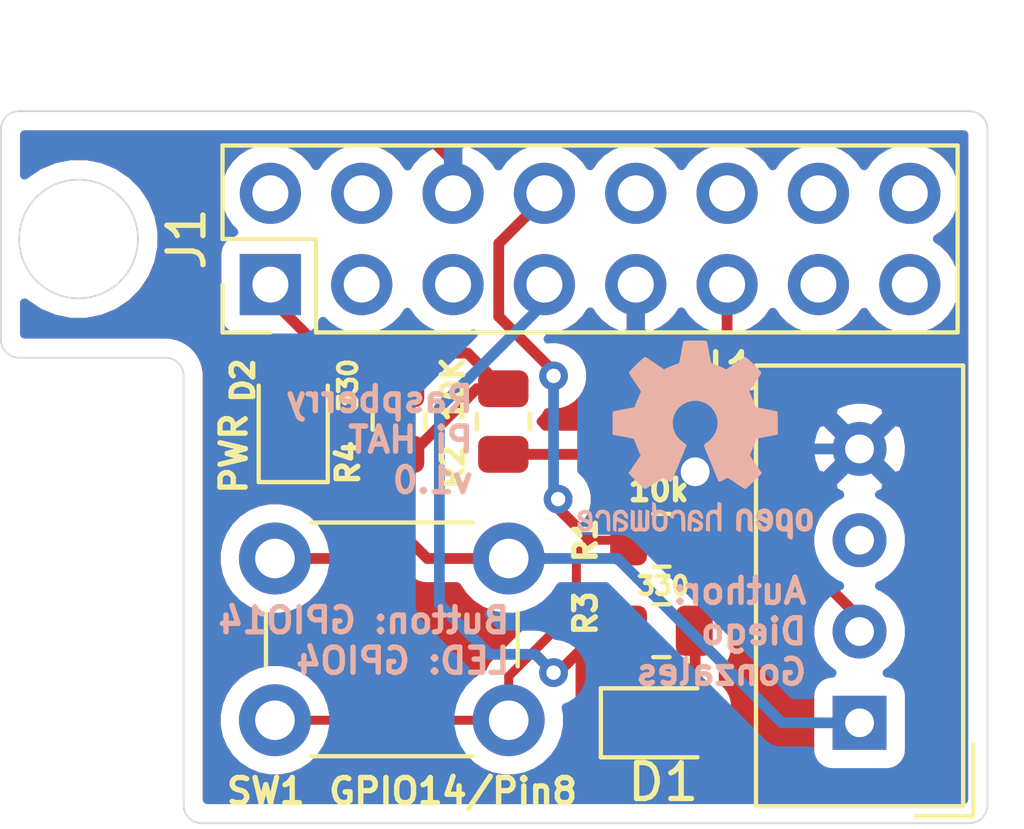
<source format=kicad_pcb>
(kicad_pcb (version 20171130) (host pcbnew "(5.1.8)-1")

  (general
    (thickness 1.6)
    (drawings 23)
    (tracks 90)
    (zones 0)
    (modules 10)
    (nets 19)
  )

  (page A4)
  (title_block
    (title "Raspberry Pi HAT")
    (date 2020-12-07)
    (rev 1.0)
    (company CatCuber)
    (comment 1 "Gonzales Loayza Pool Diego")
  )

  (layers
    (0 F.Cu signal)
    (31 B.Cu signal)
    (32 B.Adhes user)
    (33 F.Adhes user)
    (34 B.Paste user)
    (35 F.Paste user)
    (36 B.SilkS user)
    (37 F.SilkS user)
    (38 B.Mask user)
    (39 F.Mask user)
    (40 Dwgs.User user)
    (41 Cmts.User user)
    (42 Eco1.User user)
    (43 Eco2.User user)
    (44 Edge.Cuts user)
    (45 Margin user)
    (46 B.CrtYd user)
    (47 F.CrtYd user)
    (48 B.Fab user)
    (49 F.Fab user)
  )

  (setup
    (last_trace_width 0.3)
    (user_trace_width 0.3)
    (trace_clearance 0.2)
    (zone_clearance 0.508)
    (zone_45_only no)
    (trace_min 0.2)
    (via_size 0.8)
    (via_drill 0.4)
    (via_min_size 0.4)
    (via_min_drill 0.3)
    (user_via 1 0.6)
    (uvia_size 0.3)
    (uvia_drill 0.1)
    (uvias_allowed no)
    (uvia_min_size 0.2)
    (uvia_min_drill 0.1)
    (edge_width 0.05)
    (segment_width 0.2)
    (pcb_text_width 0.3)
    (pcb_text_size 1.5 1.5)
    (mod_edge_width 0.12)
    (mod_text_size 1 1)
    (mod_text_width 0.15)
    (pad_size 1.524 1.524)
    (pad_drill 0.762)
    (pad_to_mask_clearance 0)
    (aux_axis_origin 0 0)
    (visible_elements FFFFFF7F)
    (pcbplotparams
      (layerselection 0x010fc_ffffffff)
      (usegerberextensions true)
      (usegerberattributes true)
      (usegerberadvancedattributes true)
      (creategerberjobfile false)
      (excludeedgelayer true)
      (linewidth 0.100000)
      (plotframeref false)
      (viasonmask false)
      (mode 1)
      (useauxorigin false)
      (hpglpennumber 1)
      (hpglpenspeed 20)
      (hpglpendiameter 15.000000)
      (psnegative false)
      (psa4output false)
      (plotreference true)
      (plotvalue true)
      (plotinvisibletext false)
      (padsonsilk false)
      (subtractmaskfromsilk false)
      (outputformat 1)
      (mirror false)
      (drillshape 0)
      (scaleselection 1)
      (outputdirectory "Gerber/"))
  )

  (net 0 "")
  (net 1 GND)
  (net 2 "Net-(D1-Pad2)")
  (net 3 "Net-(D2-Pad2)")
  (net 4 VCC)
  (net 5 "Net-(J1-Pad2)")
  (net 6 "Net-(J1-Pad3)")
  (net 7 "Net-(J1-Pad4)")
  (net 8 "Net-(J1-Pad5)")
  (net 9 "Net-(J1-Pad7)")
  (net 10 /button_input)
  (net 11 "Net-(J1-Pad10)")
  (net 12 "Net-(J1-Pad11)")
  (net 13 "Net-(J1-Pad12)")
  (net 14 "Net-(J1-Pad13)")
  (net 15 "Net-(J1-Pad14)")
  (net 16 "Net-(J1-Pad15)")
  (net 17 "Net-(J1-Pad16)")
  (net 18 "Net-(U1-Pad3)")

  (net_class Default "This is the default net class."
    (clearance 0.2)
    (trace_width 0.25)
    (via_dia 0.8)
    (via_drill 0.4)
    (uvia_dia 0.3)
    (uvia_drill 0.1)
    (add_net /button_input)
    (add_net "Net-(D1-Pad2)")
    (add_net "Net-(D2-Pad2)")
    (add_net "Net-(J1-Pad10)")
    (add_net "Net-(J1-Pad11)")
    (add_net "Net-(J1-Pad12)")
    (add_net "Net-(J1-Pad13)")
    (add_net "Net-(J1-Pad14)")
    (add_net "Net-(J1-Pad15)")
    (add_net "Net-(J1-Pad16)")
    (add_net "Net-(J1-Pad2)")
    (add_net "Net-(J1-Pad3)")
    (add_net "Net-(J1-Pad4)")
    (add_net "Net-(J1-Pad5)")
    (add_net "Net-(J1-Pad7)")
    (add_net "Net-(U1-Pad3)")
  )

  (net_class Power ""
    (clearance 0.3)
    (trace_width 0.3)
    (via_dia 1)
    (via_drill 0.8)
    (uvia_dia 0.3)
    (uvia_drill 0.1)
    (add_net GND)
    (add_net VCC)
  )

  (module Symbol:OSHW-Logo2_7.3x6mm_SilkScreen (layer B.Cu) (tedit 0) (tstamp 5FCED177)
    (at 124.206 101.346 180)
    (descr "Open Source Hardware Symbol")
    (tags "Logo Symbol OSHW")
    (attr virtual)
    (fp_text reference REF** (at 0 0) (layer B.SilkS) hide
      (effects (font (size 1 1) (thickness 0.15)) (justify mirror))
    )
    (fp_text value OSHW-Logo2_7.3x6mm_SilkScreen (at 0.75 0) (layer B.Fab) hide
      (effects (font (size 1 1) (thickness 0.15)) (justify mirror))
    )
    (fp_poly (pts (xy -2.400256 -1.919918) (xy -2.344799 -1.947568) (xy -2.295852 -1.99848) (xy -2.282371 -2.017338)
      (xy -2.267686 -2.042015) (xy -2.258158 -2.068816) (xy -2.252707 -2.104587) (xy -2.250253 -2.156169)
      (xy -2.249714 -2.224267) (xy -2.252148 -2.317588) (xy -2.260606 -2.387657) (xy -2.276826 -2.439931)
      (xy -2.302546 -2.479869) (xy -2.339503 -2.512929) (xy -2.342218 -2.514886) (xy -2.37864 -2.534908)
      (xy -2.422498 -2.544815) (xy -2.478276 -2.547257) (xy -2.568952 -2.547257) (xy -2.56899 -2.635283)
      (xy -2.569834 -2.684308) (xy -2.574976 -2.713065) (xy -2.588413 -2.730311) (xy -2.614142 -2.744808)
      (xy -2.620321 -2.747769) (xy -2.649236 -2.761648) (xy -2.671624 -2.770414) (xy -2.688271 -2.771171)
      (xy -2.699964 -2.761023) (xy -2.70749 -2.737073) (xy -2.711634 -2.696426) (xy -2.713185 -2.636186)
      (xy -2.712929 -2.553455) (xy -2.711651 -2.445339) (xy -2.711252 -2.413) (xy -2.709815 -2.301524)
      (xy -2.708528 -2.228603) (xy -2.569029 -2.228603) (xy -2.568245 -2.290499) (xy -2.56476 -2.330997)
      (xy -2.556876 -2.357708) (xy -2.542895 -2.378244) (xy -2.533403 -2.38826) (xy -2.494596 -2.417567)
      (xy -2.460237 -2.419952) (xy -2.424784 -2.39575) (xy -2.423886 -2.394857) (xy -2.409461 -2.376153)
      (xy -2.400687 -2.350732) (xy -2.396261 -2.311584) (xy -2.394882 -2.251697) (xy -2.394857 -2.23843)
      (xy -2.398188 -2.155901) (xy -2.409031 -2.098691) (xy -2.42866 -2.063766) (xy -2.45835 -2.048094)
      (xy -2.475509 -2.046514) (xy -2.516234 -2.053926) (xy -2.544168 -2.07833) (xy -2.560983 -2.12298)
      (xy -2.56835 -2.19113) (xy -2.569029 -2.228603) (xy -2.708528 -2.228603) (xy -2.708292 -2.215245)
      (xy -2.706323 -2.150333) (xy -2.70355 -2.102958) (xy -2.699612 -2.06929) (xy -2.694151 -2.045498)
      (xy -2.686808 -2.027753) (xy -2.677223 -2.012224) (xy -2.673113 -2.006381) (xy -2.618595 -1.951185)
      (xy -2.549664 -1.91989) (xy -2.469928 -1.911165) (xy -2.400256 -1.919918)) (layer B.SilkS) (width 0.01))
    (fp_poly (pts (xy -1.283907 -1.92778) (xy -1.237328 -1.954723) (xy -1.204943 -1.981466) (xy -1.181258 -2.009484)
      (xy -1.164941 -2.043748) (xy -1.154661 -2.089227) (xy -1.149086 -2.150892) (xy -1.146884 -2.233711)
      (xy -1.146629 -2.293246) (xy -1.146629 -2.512391) (xy -1.208314 -2.540044) (xy -1.27 -2.567697)
      (xy -1.277257 -2.32767) (xy -1.280256 -2.238028) (xy -1.283402 -2.172962) (xy -1.287299 -2.128026)
      (xy -1.292553 -2.09877) (xy -1.299769 -2.080748) (xy -1.30955 -2.069511) (xy -1.312688 -2.067079)
      (xy -1.360239 -2.048083) (xy -1.408303 -2.0556) (xy -1.436914 -2.075543) (xy -1.448553 -2.089675)
      (xy -1.456609 -2.10822) (xy -1.461729 -2.136334) (xy -1.464559 -2.179173) (xy -1.465744 -2.241895)
      (xy -1.465943 -2.307261) (xy -1.465982 -2.389268) (xy -1.467386 -2.447316) (xy -1.472086 -2.486465)
      (xy -1.482013 -2.51178) (xy -1.499097 -2.528323) (xy -1.525268 -2.541156) (xy -1.560225 -2.554491)
      (xy -1.598404 -2.569007) (xy -1.593859 -2.311389) (xy -1.592029 -2.218519) (xy -1.589888 -2.149889)
      (xy -1.586819 -2.100711) (xy -1.582206 -2.066198) (xy -1.575432 -2.041562) (xy -1.565881 -2.022016)
      (xy -1.554366 -2.00477) (xy -1.49881 -1.94968) (xy -1.43102 -1.917822) (xy -1.357287 -1.910191)
      (xy -1.283907 -1.92778)) (layer B.SilkS) (width 0.01))
    (fp_poly (pts (xy -2.958885 -1.921962) (xy -2.890855 -1.957733) (xy -2.840649 -2.015301) (xy -2.822815 -2.052312)
      (xy -2.808937 -2.107882) (xy -2.801833 -2.178096) (xy -2.80116 -2.254727) (xy -2.806573 -2.329552)
      (xy -2.81773 -2.394342) (xy -2.834286 -2.440873) (xy -2.839374 -2.448887) (xy -2.899645 -2.508707)
      (xy -2.971231 -2.544535) (xy -3.048908 -2.55502) (xy -3.127452 -2.53881) (xy -3.149311 -2.529092)
      (xy -3.191878 -2.499143) (xy -3.229237 -2.459433) (xy -3.232768 -2.454397) (xy -3.247119 -2.430124)
      (xy -3.256606 -2.404178) (xy -3.26221 -2.370022) (xy -3.264914 -2.321119) (xy -3.265701 -2.250935)
      (xy -3.265714 -2.2352) (xy -3.265678 -2.230192) (xy -3.120571 -2.230192) (xy -3.119727 -2.29643)
      (xy -3.116404 -2.340386) (xy -3.109417 -2.368779) (xy -3.097584 -2.388325) (xy -3.091543 -2.394857)
      (xy -3.056814 -2.41968) (xy -3.023097 -2.418548) (xy -2.989005 -2.397016) (xy -2.968671 -2.374029)
      (xy -2.956629 -2.340478) (xy -2.949866 -2.287569) (xy -2.949402 -2.281399) (xy -2.948248 -2.185513)
      (xy -2.960312 -2.114299) (xy -2.98543 -2.068194) (xy -3.02344 -2.047635) (xy -3.037008 -2.046514)
      (xy -3.072636 -2.052152) (xy -3.097006 -2.071686) (xy -3.111907 -2.109042) (xy -3.119125 -2.16815)
      (xy -3.120571 -2.230192) (xy -3.265678 -2.230192) (xy -3.265174 -2.160413) (xy -3.262904 -2.108159)
      (xy -3.257932 -2.071949) (xy -3.249287 -2.045299) (xy -3.235995 -2.021722) (xy -3.233057 -2.017338)
      (xy -3.183687 -1.958249) (xy -3.129891 -1.923947) (xy -3.064398 -1.910331) (xy -3.042158 -1.909665)
      (xy -2.958885 -1.921962)) (layer B.SilkS) (width 0.01))
    (fp_poly (pts (xy -1.831697 -1.931239) (xy -1.774473 -1.969735) (xy -1.730251 -2.025335) (xy -1.703833 -2.096086)
      (xy -1.69849 -2.148162) (xy -1.699097 -2.169893) (xy -1.704178 -2.186531) (xy -1.718145 -2.201437)
      (xy -1.745411 -2.217973) (xy -1.790388 -2.239498) (xy -1.857489 -2.269374) (xy -1.857829 -2.269524)
      (xy -1.919593 -2.297813) (xy -1.970241 -2.322933) (xy -2.004596 -2.342179) (xy -2.017482 -2.352848)
      (xy -2.017486 -2.352934) (xy -2.006128 -2.376166) (xy -1.979569 -2.401774) (xy -1.949077 -2.420221)
      (xy -1.93363 -2.423886) (xy -1.891485 -2.411212) (xy -1.855192 -2.379471) (xy -1.837483 -2.344572)
      (xy -1.820448 -2.318845) (xy -1.787078 -2.289546) (xy -1.747851 -2.264235) (xy -1.713244 -2.250471)
      (xy -1.706007 -2.249714) (xy -1.697861 -2.26216) (xy -1.69737 -2.293972) (xy -1.703357 -2.336866)
      (xy -1.714643 -2.382558) (xy -1.73005 -2.422761) (xy -1.730829 -2.424322) (xy -1.777196 -2.489062)
      (xy -1.837289 -2.533097) (xy -1.905535 -2.554711) (xy -1.976362 -2.552185) (xy -2.044196 -2.523804)
      (xy -2.047212 -2.521808) (xy -2.100573 -2.473448) (xy -2.13566 -2.410352) (xy -2.155078 -2.327387)
      (xy -2.157684 -2.304078) (xy -2.162299 -2.194055) (xy -2.156767 -2.142748) (xy -2.017486 -2.142748)
      (xy -2.015676 -2.174753) (xy -2.005778 -2.184093) (xy -1.981102 -2.177105) (xy -1.942205 -2.160587)
      (xy -1.898725 -2.139881) (xy -1.897644 -2.139333) (xy -1.860791 -2.119949) (xy -1.846 -2.107013)
      (xy -1.849647 -2.093451) (xy -1.865005 -2.075632) (xy -1.904077 -2.049845) (xy -1.946154 -2.04795)
      (xy -1.983897 -2.066717) (xy -2.009966 -2.102915) (xy -2.017486 -2.142748) (xy -2.156767 -2.142748)
      (xy -2.152806 -2.106027) (xy -2.12845 -2.036212) (xy -2.094544 -1.987302) (xy -2.033347 -1.937878)
      (xy -1.965937 -1.913359) (xy -1.89712 -1.911797) (xy -1.831697 -1.931239)) (layer B.SilkS) (width 0.01))
    (fp_poly (pts (xy -0.624114 -1.851289) (xy -0.619861 -1.910613) (xy -0.614975 -1.945572) (xy -0.608205 -1.96082)
      (xy -0.598298 -1.961015) (xy -0.595086 -1.959195) (xy -0.552356 -1.946015) (xy -0.496773 -1.946785)
      (xy -0.440263 -1.960333) (xy -0.404918 -1.977861) (xy -0.368679 -2.005861) (xy -0.342187 -2.037549)
      (xy -0.324001 -2.077813) (xy -0.312678 -2.131543) (xy -0.306778 -2.203626) (xy -0.304857 -2.298951)
      (xy -0.304823 -2.317237) (xy -0.3048 -2.522646) (xy -0.350509 -2.53858) (xy -0.382973 -2.54942)
      (xy -0.400785 -2.554468) (xy -0.401309 -2.554514) (xy -0.403063 -2.540828) (xy -0.404556 -2.503076)
      (xy -0.405674 -2.446224) (xy -0.406303 -2.375234) (xy -0.4064 -2.332073) (xy -0.406602 -2.246973)
      (xy -0.407642 -2.185981) (xy -0.410169 -2.144177) (xy -0.414836 -2.116642) (xy -0.422293 -2.098456)
      (xy -0.433189 -2.084698) (xy -0.439993 -2.078073) (xy -0.486728 -2.051375) (xy -0.537728 -2.049375)
      (xy -0.583999 -2.071955) (xy -0.592556 -2.080107) (xy -0.605107 -2.095436) (xy -0.613812 -2.113618)
      (xy -0.619369 -2.139909) (xy -0.622474 -2.179562) (xy -0.623824 -2.237832) (xy -0.624114 -2.318173)
      (xy -0.624114 -2.522646) (xy -0.669823 -2.53858) (xy -0.702287 -2.54942) (xy -0.720099 -2.554468)
      (xy -0.720623 -2.554514) (xy -0.721963 -2.540623) (xy -0.723172 -2.501439) (xy -0.724199 -2.4407)
      (xy -0.724998 -2.362141) (xy -0.725519 -2.269498) (xy -0.725714 -2.166509) (xy -0.725714 -1.769342)
      (xy -0.678543 -1.749444) (xy -0.631371 -1.729547) (xy -0.624114 -1.851289)) (layer B.SilkS) (width 0.01))
    (fp_poly (pts (xy 0.039744 -1.950968) (xy 0.096616 -1.972087) (xy 0.097267 -1.972493) (xy 0.13244 -1.99838)
      (xy 0.158407 -2.028633) (xy 0.17667 -2.068058) (xy 0.188732 -2.121462) (xy 0.196096 -2.193651)
      (xy 0.200264 -2.289432) (xy 0.200629 -2.303078) (xy 0.205876 -2.508842) (xy 0.161716 -2.531678)
      (xy 0.129763 -2.54711) (xy 0.11047 -2.554423) (xy 0.109578 -2.554514) (xy 0.106239 -2.541022)
      (xy 0.103587 -2.504626) (xy 0.101956 -2.451452) (xy 0.1016 -2.408393) (xy 0.101592 -2.338641)
      (xy 0.098403 -2.294837) (xy 0.087288 -2.273944) (xy 0.063501 -2.272925) (xy 0.022296 -2.288741)
      (xy -0.039914 -2.317815) (xy -0.085659 -2.341963) (xy -0.109187 -2.362913) (xy -0.116104 -2.385747)
      (xy -0.116114 -2.386877) (xy -0.104701 -2.426212) (xy -0.070908 -2.447462) (xy -0.019191 -2.450539)
      (xy 0.018061 -2.450006) (xy 0.037703 -2.460735) (xy 0.049952 -2.486505) (xy 0.057002 -2.519337)
      (xy 0.046842 -2.537966) (xy 0.043017 -2.540632) (xy 0.007001 -2.55134) (xy -0.043434 -2.552856)
      (xy -0.095374 -2.545759) (xy -0.132178 -2.532788) (xy -0.183062 -2.489585) (xy -0.211986 -2.429446)
      (xy -0.217714 -2.382462) (xy -0.213343 -2.340082) (xy -0.197525 -2.305488) (xy -0.166203 -2.274763)
      (xy -0.115322 -2.24399) (xy -0.040824 -2.209252) (xy -0.036286 -2.207288) (xy 0.030821 -2.176287)
      (xy 0.072232 -2.150862) (xy 0.089981 -2.128014) (xy 0.086107 -2.104745) (xy 0.062643 -2.078056)
      (xy 0.055627 -2.071914) (xy 0.00863 -2.0481) (xy -0.040067 -2.049103) (xy -0.082478 -2.072451)
      (xy -0.110616 -2.115675) (xy -0.113231 -2.12416) (xy -0.138692 -2.165308) (xy -0.170999 -2.185128)
      (xy -0.217714 -2.20477) (xy -0.217714 -2.15395) (xy -0.203504 -2.080082) (xy -0.161325 -2.012327)
      (xy -0.139376 -1.989661) (xy -0.089483 -1.960569) (xy -0.026033 -1.9474) (xy 0.039744 -1.950968)) (layer B.SilkS) (width 0.01))
    (fp_poly (pts (xy 0.529926 -1.949755) (xy 0.595858 -1.974084) (xy 0.649273 -2.017117) (xy 0.670164 -2.047409)
      (xy 0.692939 -2.102994) (xy 0.692466 -2.143186) (xy 0.668562 -2.170217) (xy 0.659717 -2.174813)
      (xy 0.62153 -2.189144) (xy 0.602028 -2.185472) (xy 0.595422 -2.161407) (xy 0.595086 -2.148114)
      (xy 0.582992 -2.09921) (xy 0.551471 -2.064999) (xy 0.507659 -2.048476) (xy 0.458695 -2.052634)
      (xy 0.418894 -2.074227) (xy 0.40545 -2.086544) (xy 0.395921 -2.101487) (xy 0.389485 -2.124075)
      (xy 0.385317 -2.159328) (xy 0.382597 -2.212266) (xy 0.380502 -2.287907) (xy 0.37996 -2.311857)
      (xy 0.377981 -2.39379) (xy 0.375731 -2.451455) (xy 0.372357 -2.489608) (xy 0.367006 -2.513004)
      (xy 0.358824 -2.526398) (xy 0.346959 -2.534545) (xy 0.339362 -2.538144) (xy 0.307102 -2.550452)
      (xy 0.288111 -2.554514) (xy 0.281836 -2.540948) (xy 0.278006 -2.499934) (xy 0.2766 -2.430999)
      (xy 0.277598 -2.333669) (xy 0.277908 -2.318657) (xy 0.280101 -2.229859) (xy 0.282693 -2.165019)
      (xy 0.286382 -2.119067) (xy 0.291864 -2.086935) (xy 0.299835 -2.063553) (xy 0.310993 -2.043852)
      (xy 0.31683 -2.03541) (xy 0.350296 -1.998057) (xy 0.387727 -1.969003) (xy 0.392309 -1.966467)
      (xy 0.459426 -1.946443) (xy 0.529926 -1.949755)) (layer B.SilkS) (width 0.01))
    (fp_poly (pts (xy 1.190117 -2.065358) (xy 1.189933 -2.173837) (xy 1.189219 -2.257287) (xy 1.187675 -2.319704)
      (xy 1.185001 -2.365085) (xy 1.180894 -2.397429) (xy 1.175055 -2.420733) (xy 1.167182 -2.438995)
      (xy 1.161221 -2.449418) (xy 1.111855 -2.505945) (xy 1.049264 -2.541377) (xy 0.980013 -2.55409)
      (xy 0.910668 -2.542463) (xy 0.869375 -2.521568) (xy 0.826025 -2.485422) (xy 0.796481 -2.441276)
      (xy 0.778655 -2.383462) (xy 0.770463 -2.306313) (xy 0.769302 -2.249714) (xy 0.769458 -2.245647)
      (xy 0.870857 -2.245647) (xy 0.871476 -2.31055) (xy 0.874314 -2.353514) (xy 0.88084 -2.381622)
      (xy 0.892523 -2.401953) (xy 0.906483 -2.417288) (xy 0.953365 -2.44689) (xy 1.003701 -2.449419)
      (xy 1.051276 -2.424705) (xy 1.054979 -2.421356) (xy 1.070783 -2.403935) (xy 1.080693 -2.383209)
      (xy 1.086058 -2.352362) (xy 1.088228 -2.304577) (xy 1.088571 -2.251748) (xy 1.087827 -2.185381)
      (xy 1.084748 -2.141106) (xy 1.078061 -2.112009) (xy 1.066496 -2.091173) (xy 1.057013 -2.080107)
      (xy 1.01296 -2.052198) (xy 0.962224 -2.048843) (xy 0.913796 -2.070159) (xy 0.90445 -2.078073)
      (xy 0.88854 -2.095647) (xy 0.87861 -2.116587) (xy 0.873278 -2.147782) (xy 0.871163 -2.196122)
      (xy 0.870857 -2.245647) (xy 0.769458 -2.245647) (xy 0.77281 -2.158568) (xy 0.784726 -2.090086)
      (xy 0.807135 -2.0386) (xy 0.842124 -1.998443) (xy 0.869375 -1.977861) (xy 0.918907 -1.955625)
      (xy 0.976316 -1.945304) (xy 1.029682 -1.948067) (xy 1.059543 -1.959212) (xy 1.071261 -1.962383)
      (xy 1.079037 -1.950557) (xy 1.084465 -1.918866) (xy 1.088571 -1.870593) (xy 1.093067 -1.816829)
      (xy 1.099313 -1.784482) (xy 1.110676 -1.765985) (xy 1.130528 -1.75377) (xy 1.143 -1.748362)
      (xy 1.190171 -1.728601) (xy 1.190117 -2.065358)) (layer B.SilkS) (width 0.01))
    (fp_poly (pts (xy 1.779833 -1.958663) (xy 1.782048 -1.99685) (xy 1.783784 -2.054886) (xy 1.784899 -2.12818)
      (xy 1.785257 -2.205055) (xy 1.785257 -2.465196) (xy 1.739326 -2.511127) (xy 1.707675 -2.539429)
      (xy 1.67989 -2.550893) (xy 1.641915 -2.550168) (xy 1.62684 -2.548321) (xy 1.579726 -2.542948)
      (xy 1.540756 -2.539869) (xy 1.531257 -2.539585) (xy 1.499233 -2.541445) (xy 1.453432 -2.546114)
      (xy 1.435674 -2.548321) (xy 1.392057 -2.551735) (xy 1.362745 -2.54432) (xy 1.33368 -2.521427)
      (xy 1.323188 -2.511127) (xy 1.277257 -2.465196) (xy 1.277257 -1.978602) (xy 1.314226 -1.961758)
      (xy 1.346059 -1.949282) (xy 1.364683 -1.944914) (xy 1.369458 -1.958718) (xy 1.373921 -1.997286)
      (xy 1.377775 -2.056356) (xy 1.380722 -2.131663) (xy 1.382143 -2.195286) (xy 1.386114 -2.445657)
      (xy 1.420759 -2.450556) (xy 1.452268 -2.447131) (xy 1.467708 -2.436041) (xy 1.472023 -2.415308)
      (xy 1.475708 -2.371145) (xy 1.478469 -2.309146) (xy 1.480012 -2.234909) (xy 1.480235 -2.196706)
      (xy 1.480457 -1.976783) (xy 1.526166 -1.960849) (xy 1.558518 -1.950015) (xy 1.576115 -1.944962)
      (xy 1.576623 -1.944914) (xy 1.578388 -1.958648) (xy 1.580329 -1.99673) (xy 1.582282 -2.054482)
      (xy 1.584084 -2.127227) (xy 1.585343 -2.195286) (xy 1.589314 -2.445657) (xy 1.6764 -2.445657)
      (xy 1.680396 -2.21724) (xy 1.684392 -1.988822) (xy 1.726847 -1.966868) (xy 1.758192 -1.951793)
      (xy 1.776744 -1.944951) (xy 1.777279 -1.944914) (xy 1.779833 -1.958663)) (layer B.SilkS) (width 0.01))
    (fp_poly (pts (xy 2.144876 -1.956335) (xy 2.186667 -1.975344) (xy 2.219469 -1.998378) (xy 2.243503 -2.024133)
      (xy 2.260097 -2.057358) (xy 2.270577 -2.1028) (xy 2.276271 -2.165207) (xy 2.278507 -2.249327)
      (xy 2.278743 -2.304721) (xy 2.278743 -2.520826) (xy 2.241774 -2.53767) (xy 2.212656 -2.549981)
      (xy 2.198231 -2.554514) (xy 2.195472 -2.541025) (xy 2.193282 -2.504653) (xy 2.191942 -2.451542)
      (xy 2.191657 -2.409372) (xy 2.190434 -2.348447) (xy 2.187136 -2.300115) (xy 2.182321 -2.270518)
      (xy 2.178496 -2.264229) (xy 2.152783 -2.270652) (xy 2.112418 -2.287125) (xy 2.065679 -2.309458)
      (xy 2.020845 -2.333457) (xy 1.986193 -2.35493) (xy 1.970002 -2.369685) (xy 1.969938 -2.369845)
      (xy 1.97133 -2.397152) (xy 1.983818 -2.423219) (xy 2.005743 -2.444392) (xy 2.037743 -2.451474)
      (xy 2.065092 -2.450649) (xy 2.103826 -2.450042) (xy 2.124158 -2.459116) (xy 2.136369 -2.483092)
      (xy 2.137909 -2.487613) (xy 2.143203 -2.521806) (xy 2.129047 -2.542568) (xy 2.092148 -2.552462)
      (xy 2.052289 -2.554292) (xy 1.980562 -2.540727) (xy 1.943432 -2.521355) (xy 1.897576 -2.475845)
      (xy 1.873256 -2.419983) (xy 1.871073 -2.360957) (xy 1.891629 -2.305953) (xy 1.922549 -2.271486)
      (xy 1.95342 -2.252189) (xy 2.001942 -2.227759) (xy 2.058485 -2.202985) (xy 2.06791 -2.199199)
      (xy 2.130019 -2.171791) (xy 2.165822 -2.147634) (xy 2.177337 -2.123619) (xy 2.16658 -2.096635)
      (xy 2.148114 -2.075543) (xy 2.104469 -2.049572) (xy 2.056446 -2.047624) (xy 2.012406 -2.067637)
      (xy 1.980709 -2.107551) (xy 1.976549 -2.117848) (xy 1.952327 -2.155724) (xy 1.916965 -2.183842)
      (xy 1.872343 -2.206917) (xy 1.872343 -2.141485) (xy 1.874969 -2.101506) (xy 1.88623 -2.069997)
      (xy 1.911199 -2.036378) (xy 1.935169 -2.010484) (xy 1.972441 -1.973817) (xy 2.001401 -1.954121)
      (xy 2.032505 -1.94622) (xy 2.067713 -1.944914) (xy 2.144876 -1.956335)) (layer B.SilkS) (width 0.01))
    (fp_poly (pts (xy 2.6526 -1.958752) (xy 2.669948 -1.966334) (xy 2.711356 -1.999128) (xy 2.746765 -2.046547)
      (xy 2.768664 -2.097151) (xy 2.772229 -2.122098) (xy 2.760279 -2.156927) (xy 2.734067 -2.175357)
      (xy 2.705964 -2.186516) (xy 2.693095 -2.188572) (xy 2.686829 -2.173649) (xy 2.674456 -2.141175)
      (xy 2.669028 -2.126502) (xy 2.63859 -2.075744) (xy 2.59452 -2.050427) (xy 2.53801 -2.051206)
      (xy 2.533825 -2.052203) (xy 2.503655 -2.066507) (xy 2.481476 -2.094393) (xy 2.466327 -2.139287)
      (xy 2.45725 -2.204615) (xy 2.453286 -2.293804) (xy 2.452914 -2.341261) (xy 2.45273 -2.416071)
      (xy 2.451522 -2.467069) (xy 2.448309 -2.499471) (xy 2.442109 -2.518495) (xy 2.43194 -2.529356)
      (xy 2.416819 -2.537272) (xy 2.415946 -2.53767) (xy 2.386828 -2.549981) (xy 2.372403 -2.554514)
      (xy 2.370186 -2.540809) (xy 2.368289 -2.502925) (xy 2.366847 -2.445715) (xy 2.365998 -2.374027)
      (xy 2.365829 -2.321565) (xy 2.366692 -2.220047) (xy 2.37007 -2.143032) (xy 2.377142 -2.086023)
      (xy 2.389088 -2.044526) (xy 2.40709 -2.014043) (xy 2.432327 -1.99008) (xy 2.457247 -1.973355)
      (xy 2.517171 -1.951097) (xy 2.586911 -1.946076) (xy 2.6526 -1.958752)) (layer B.SilkS) (width 0.01))
    (fp_poly (pts (xy 3.153595 -1.966966) (xy 3.211021 -2.004497) (xy 3.238719 -2.038096) (xy 3.260662 -2.099064)
      (xy 3.262405 -2.147308) (xy 3.258457 -2.211816) (xy 3.109686 -2.276934) (xy 3.037349 -2.310202)
      (xy 2.990084 -2.336964) (xy 2.965507 -2.360144) (xy 2.961237 -2.382667) (xy 2.974889 -2.407455)
      (xy 2.989943 -2.423886) (xy 3.033746 -2.450235) (xy 3.081389 -2.452081) (xy 3.125145 -2.431546)
      (xy 3.157289 -2.390752) (xy 3.163038 -2.376347) (xy 3.190576 -2.331356) (xy 3.222258 -2.312182)
      (xy 3.265714 -2.295779) (xy 3.265714 -2.357966) (xy 3.261872 -2.400283) (xy 3.246823 -2.435969)
      (xy 3.21528 -2.476943) (xy 3.210592 -2.482267) (xy 3.175506 -2.51872) (xy 3.145347 -2.538283)
      (xy 3.107615 -2.547283) (xy 3.076335 -2.55023) (xy 3.020385 -2.550965) (xy 2.980555 -2.54166)
      (xy 2.955708 -2.527846) (xy 2.916656 -2.497467) (xy 2.889625 -2.464613) (xy 2.872517 -2.423294)
      (xy 2.863238 -2.367521) (xy 2.859693 -2.291305) (xy 2.85941 -2.252622) (xy 2.860372 -2.206247)
      (xy 2.948007 -2.206247) (xy 2.949023 -2.231126) (xy 2.951556 -2.2352) (xy 2.968274 -2.229665)
      (xy 3.004249 -2.215017) (xy 3.052331 -2.19419) (xy 3.062386 -2.189714) (xy 3.123152 -2.158814)
      (xy 3.156632 -2.131657) (xy 3.16399 -2.10622) (xy 3.146391 -2.080481) (xy 3.131856 -2.069109)
      (xy 3.07941 -2.046364) (xy 3.030322 -2.050122) (xy 2.989227 -2.077884) (xy 2.960758 -2.127152)
      (xy 2.951631 -2.166257) (xy 2.948007 -2.206247) (xy 2.860372 -2.206247) (xy 2.861285 -2.162249)
      (xy 2.868196 -2.095384) (xy 2.881884 -2.046695) (xy 2.904096 -2.010849) (xy 2.936574 -1.982513)
      (xy 2.950733 -1.973355) (xy 3.015053 -1.949507) (xy 3.085473 -1.948006) (xy 3.153595 -1.966966)) (layer B.SilkS) (width 0.01))
    (fp_poly (pts (xy 0.10391 2.757652) (xy 0.182454 2.757222) (xy 0.239298 2.756058) (xy 0.278105 2.753793)
      (xy 0.302538 2.75006) (xy 0.316262 2.744494) (xy 0.32294 2.736727) (xy 0.326236 2.726395)
      (xy 0.326556 2.725057) (xy 0.331562 2.700921) (xy 0.340829 2.653299) (xy 0.353392 2.587259)
      (xy 0.368287 2.507872) (xy 0.384551 2.420204) (xy 0.385119 2.417125) (xy 0.40141 2.331211)
      (xy 0.416652 2.255304) (xy 0.429861 2.193955) (xy 0.440054 2.151718) (xy 0.446248 2.133145)
      (xy 0.446543 2.132816) (xy 0.464788 2.123747) (xy 0.502405 2.108633) (xy 0.551271 2.090738)
      (xy 0.551543 2.090642) (xy 0.613093 2.067507) (xy 0.685657 2.038035) (xy 0.754057 2.008403)
      (xy 0.757294 2.006938) (xy 0.868702 1.956374) (xy 1.115399 2.12484) (xy 1.191077 2.176197)
      (xy 1.259631 2.222111) (xy 1.317088 2.25997) (xy 1.359476 2.287163) (xy 1.382825 2.301079)
      (xy 1.385042 2.302111) (xy 1.40201 2.297516) (xy 1.433701 2.275345) (xy 1.481352 2.234553)
      (xy 1.546198 2.174095) (xy 1.612397 2.109773) (xy 1.676214 2.046388) (xy 1.733329 1.988549)
      (xy 1.780305 1.939825) (xy 1.813703 1.90379) (xy 1.830085 1.884016) (xy 1.830694 1.882998)
      (xy 1.832505 1.869428) (xy 1.825683 1.847267) (xy 1.80854 1.813522) (xy 1.779393 1.7652)
      (xy 1.736555 1.699308) (xy 1.679448 1.614483) (xy 1.628766 1.539823) (xy 1.583461 1.47286)
      (xy 1.54615 1.417484) (xy 1.519452 1.37758) (xy 1.505985 1.357038) (xy 1.505137 1.355644)
      (xy 1.506781 1.335962) (xy 1.519245 1.297707) (xy 1.540048 1.248111) (xy 1.547462 1.232272)
      (xy 1.579814 1.16171) (xy 1.614328 1.081647) (xy 1.642365 1.012371) (xy 1.662568 0.960955)
      (xy 1.678615 0.921881) (xy 1.687888 0.901459) (xy 1.689041 0.899886) (xy 1.706096 0.897279)
      (xy 1.746298 0.890137) (xy 1.804302 0.879477) (xy 1.874763 0.866315) (xy 1.952335 0.851667)
      (xy 2.031672 0.836551) (xy 2.107431 0.821982) (xy 2.174264 0.808978) (xy 2.226828 0.798555)
      (xy 2.259776 0.79173) (xy 2.267857 0.789801) (xy 2.276205 0.785038) (xy 2.282506 0.774282)
      (xy 2.287045 0.753902) (xy 2.290104 0.720266) (xy 2.291967 0.669745) (xy 2.292918 0.598708)
      (xy 2.29324 0.503524) (xy 2.293257 0.464508) (xy 2.293257 0.147201) (xy 2.217057 0.132161)
      (xy 2.174663 0.124005) (xy 2.1114 0.112101) (xy 2.034962 0.097884) (xy 1.953043 0.08279)
      (xy 1.9304 0.078645) (xy 1.854806 0.063947) (xy 1.788953 0.049495) (xy 1.738366 0.036625)
      (xy 1.708574 0.026678) (xy 1.703612 0.023713) (xy 1.691426 0.002717) (xy 1.673953 -0.037967)
      (xy 1.654577 -0.090322) (xy 1.650734 -0.1016) (xy 1.625339 -0.171523) (xy 1.593817 -0.250418)
      (xy 1.562969 -0.321266) (xy 1.562817 -0.321595) (xy 1.511447 -0.432733) (xy 1.680399 -0.681253)
      (xy 1.849352 -0.929772) (xy 1.632429 -1.147058) (xy 1.566819 -1.211726) (xy 1.506979 -1.268733)
      (xy 1.456267 -1.315033) (xy 1.418046 -1.347584) (xy 1.395675 -1.363343) (xy 1.392466 -1.364343)
      (xy 1.373626 -1.356469) (xy 1.33518 -1.334578) (xy 1.28133 -1.301267) (xy 1.216276 -1.259131)
      (xy 1.14594 -1.211943) (xy 1.074555 -1.16381) (xy 1.010908 -1.121928) (xy 0.959041 -1.088871)
      (xy 0.922995 -1.067218) (xy 0.906867 -1.059543) (xy 0.887189 -1.066037) (xy 0.849875 -1.08315)
      (xy 0.802621 -1.107326) (xy 0.797612 -1.110013) (xy 0.733977 -1.141927) (xy 0.690341 -1.157579)
      (xy 0.663202 -1.157745) (xy 0.649057 -1.143204) (xy 0.648975 -1.143) (xy 0.641905 -1.125779)
      (xy 0.625042 -1.084899) (xy 0.599695 -1.023525) (xy 0.567171 -0.944819) (xy 0.528778 -0.851947)
      (xy 0.485822 -0.748072) (xy 0.444222 -0.647502) (xy 0.398504 -0.536516) (xy 0.356526 -0.433703)
      (xy 0.319548 -0.342215) (xy 0.288827 -0.265201) (xy 0.265622 -0.205815) (xy 0.25119 -0.167209)
      (xy 0.246743 -0.1528) (xy 0.257896 -0.136272) (xy 0.287069 -0.10993) (xy 0.325971 -0.080887)
      (xy 0.436757 0.010961) (xy 0.523351 0.116241) (xy 0.584716 0.232734) (xy 0.619815 0.358224)
      (xy 0.627608 0.490493) (xy 0.621943 0.551543) (xy 0.591078 0.678205) (xy 0.53792 0.790059)
      (xy 0.465767 0.885999) (xy 0.377917 0.964924) (xy 0.277665 1.02573) (xy 0.16831 1.067313)
      (xy 0.053147 1.088572) (xy -0.064525 1.088401) (xy -0.18141 1.065699) (xy -0.294211 1.019362)
      (xy -0.399631 0.948287) (xy -0.443632 0.908089) (xy -0.528021 0.804871) (xy -0.586778 0.692075)
      (xy -0.620296 0.57299) (xy -0.628965 0.450905) (xy -0.613177 0.329107) (xy -0.573322 0.210884)
      (xy -0.509793 0.099525) (xy -0.422979 -0.001684) (xy -0.325971 -0.080887) (xy -0.285563 -0.111162)
      (xy -0.257018 -0.137219) (xy -0.246743 -0.152825) (xy -0.252123 -0.169843) (xy -0.267425 -0.2105)
      (xy -0.291388 -0.271642) (xy -0.322756 -0.350119) (xy -0.360268 -0.44278) (xy -0.402667 -0.546472)
      (xy -0.444337 -0.647526) (xy -0.49031 -0.758607) (xy -0.532893 -0.861541) (xy -0.570779 -0.953165)
      (xy -0.60266 -1.030316) (xy -0.627229 -1.089831) (xy -0.64318 -1.128544) (xy -0.64909 -1.143)
      (xy -0.663052 -1.157685) (xy -0.69006 -1.157642) (xy -0.733587 -1.142099) (xy -0.79711 -1.110284)
      (xy -0.797612 -1.110013) (xy -0.84544 -1.085323) (xy -0.884103 -1.067338) (xy -0.905905 -1.059614)
      (xy -0.906867 -1.059543) (xy -0.923279 -1.067378) (xy -0.959513 -1.089165) (xy -1.011526 -1.122328)
      (xy -1.075275 -1.164291) (xy -1.14594 -1.211943) (xy -1.217884 -1.260191) (xy -1.282726 -1.302151)
      (xy -1.336265 -1.335227) (xy -1.374303 -1.356821) (xy -1.392467 -1.364343) (xy -1.409192 -1.354457)
      (xy -1.44282 -1.326826) (xy -1.48999 -1.284495) (xy -1.547342 -1.230505) (xy -1.611516 -1.167899)
      (xy -1.632503 -1.146983) (xy -1.849501 -0.929623) (xy -1.684332 -0.68722) (xy -1.634136 -0.612781)
      (xy -1.590081 -0.545972) (xy -1.554638 -0.490665) (xy -1.530281 -0.450729) (xy -1.519478 -0.430036)
      (xy -1.519162 -0.428563) (xy -1.524857 -0.409058) (xy -1.540174 -0.369822) (xy -1.562463 -0.31743)
      (xy -1.578107 -0.282355) (xy -1.607359 -0.215201) (xy -1.634906 -0.147358) (xy -1.656263 -0.090034)
      (xy -1.662065 -0.072572) (xy -1.678548 -0.025938) (xy -1.69466 0.010095) (xy -1.70351 0.023713)
      (xy -1.72304 0.032048) (xy -1.765666 0.043863) (xy -1.825855 0.057819) (xy -1.898078 0.072578)
      (xy -1.9304 0.078645) (xy -2.012478 0.093727) (xy -2.091205 0.108331) (xy -2.158891 0.12102)
      (xy -2.20784 0.130358) (xy -2.217057 0.132161) (xy -2.293257 0.147201) (xy -2.293257 0.464508)
      (xy -2.293086 0.568846) (xy -2.292384 0.647787) (xy -2.290866 0.704962) (xy -2.288251 0.744001)
      (xy -2.284254 0.768535) (xy -2.278591 0.782195) (xy -2.27098 0.788611) (xy -2.267857 0.789801)
      (xy -2.249022 0.79402) (xy -2.207412 0.802438) (xy -2.14837 0.814039) (xy -2.077243 0.827805)
      (xy -1.999375 0.84272) (xy -1.920113 0.857768) (xy -1.844802 0.871931) (xy -1.778787 0.884194)
      (xy -1.727413 0.893539) (xy -1.696025 0.89895) (xy -1.689041 0.899886) (xy -1.682715 0.912404)
      (xy -1.66871 0.945754) (xy -1.649645 0.993623) (xy -1.642366 1.012371) (xy -1.613004 1.084805)
      (xy -1.578429 1.16483) (xy -1.547463 1.232272) (xy -1.524677 1.283841) (xy -1.509518 1.326215)
      (xy -1.504458 1.352166) (xy -1.505264 1.355644) (xy -1.515959 1.372064) (xy -1.54038 1.408583)
      (xy -1.575905 1.461313) (xy -1.619913 1.526365) (xy -1.669783 1.599849) (xy -1.679644 1.614355)
      (xy -1.737508 1.700296) (xy -1.780044 1.765739) (xy -1.808946 1.813696) (xy -1.82591 1.84718)
      (xy -1.832633 1.869205) (xy -1.83081 1.882783) (xy -1.830764 1.882869) (xy -1.816414 1.900703)
      (xy -1.784677 1.935183) (xy -1.73899 1.982732) (xy -1.682796 2.039778) (xy -1.619532 2.102745)
      (xy -1.612398 2.109773) (xy -1.53267 2.18698) (xy -1.471143 2.24367) (xy -1.426579 2.28089)
      (xy -1.397743 2.299685) (xy -1.385042 2.302111) (xy -1.366506 2.291529) (xy -1.328039 2.267084)
      (xy -1.273614 2.231388) (xy -1.207202 2.187053) (xy -1.132775 2.136689) (xy -1.115399 2.12484)
      (xy -0.868703 1.956374) (xy -0.757294 2.006938) (xy -0.689543 2.036405) (xy -0.616817 2.066041)
      (xy -0.554297 2.08967) (xy -0.551543 2.090642) (xy -0.50264 2.108543) (xy -0.464943 2.12368)
      (xy -0.446575 2.13279) (xy -0.446544 2.132816) (xy -0.440715 2.149283) (xy -0.430808 2.189781)
      (xy -0.417805 2.249758) (xy -0.402691 2.32466) (xy -0.386448 2.409936) (xy -0.385119 2.417125)
      (xy -0.368825 2.504986) (xy -0.353867 2.58474) (xy -0.341209 2.651319) (xy -0.331814 2.699653)
      (xy -0.326646 2.724675) (xy -0.326556 2.725057) (xy -0.323411 2.735701) (xy -0.317296 2.743738)
      (xy -0.304547 2.749533) (xy -0.2815 2.753453) (xy -0.244491 2.755865) (xy -0.189856 2.757135)
      (xy -0.113933 2.757629) (xy -0.013056 2.757714) (xy 0 2.757714) (xy 0.10391 2.757652)) (layer B.SilkS) (width 0.01))
  )

  (module LED_SMD:LED_0805_2012Metric (layer F.Cu) (tedit 5F68FEF1) (tstamp 5FCE529B)
    (at 123.2685 109.22)
    (descr "LED SMD 0805 (2012 Metric), square (rectangular) end terminal, IPC_7351 nominal, (Body size source: https://docs.google.com/spreadsheets/d/1BsfQQcO9C6DZCsRaXUlFlo91Tg2WpOkGARC1WS5S8t0/edit?usp=sharing), generated with kicad-footprint-generator")
    (tags LED)
    (path /5FCE6F2F)
    (attr smd)
    (fp_text reference D1 (at 0.0485 1.651) (layer F.SilkS)
      (effects (font (size 1 1) (thickness 0.15)))
    )
    (fp_text value "LED RED" (at 0 1.65) (layer F.Fab)
      (effects (font (size 1 1) (thickness 0.15)))
    )
    (fp_line (start 1.68 0.95) (end -1.68 0.95) (layer F.CrtYd) (width 0.05))
    (fp_line (start 1.68 -0.95) (end 1.68 0.95) (layer F.CrtYd) (width 0.05))
    (fp_line (start -1.68 -0.95) (end 1.68 -0.95) (layer F.CrtYd) (width 0.05))
    (fp_line (start -1.68 0.95) (end -1.68 -0.95) (layer F.CrtYd) (width 0.05))
    (fp_line (start -1.685 0.96) (end 1 0.96) (layer F.SilkS) (width 0.12))
    (fp_line (start -1.685 -0.96) (end -1.685 0.96) (layer F.SilkS) (width 0.12))
    (fp_line (start 1 -0.96) (end -1.685 -0.96) (layer F.SilkS) (width 0.12))
    (fp_line (start 1 0.6) (end 1 -0.6) (layer F.Fab) (width 0.1))
    (fp_line (start -1 0.6) (end 1 0.6) (layer F.Fab) (width 0.1))
    (fp_line (start -1 -0.3) (end -1 0.6) (layer F.Fab) (width 0.1))
    (fp_line (start -0.7 -0.6) (end -1 -0.3) (layer F.Fab) (width 0.1))
    (fp_line (start 1 -0.6) (end -0.7 -0.6) (layer F.Fab) (width 0.1))
    (fp_text user %R (at 0 0) (layer F.Fab)
      (effects (font (size 0.5 0.5) (thickness 0.08)))
    )
    (pad 1 smd roundrect (at -0.9375 0) (size 0.975 1.4) (layers F.Cu F.Paste F.Mask) (roundrect_rratio 0.25)
      (net 1 GND))
    (pad 2 smd roundrect (at 0.9375 0) (size 0.975 1.4) (layers F.Cu F.Paste F.Mask) (roundrect_rratio 0.25)
      (net 2 "Net-(D1-Pad2)"))
    (model ${KISYS3DMOD}/LED_SMD.3dshapes/LED_0805_2012Metric.wrl
      (at (xyz 0 0 0))
      (scale (xyz 1 1 1))
      (rotate (xyz 0 0 0))
    )
  )

  (module LED_SMD:LED_0805_2012Metric (layer F.Cu) (tedit 5F68FEF1) (tstamp 5FCE5A44)
    (at 113.03 100.838 90)
    (descr "LED SMD 0805 (2012 Metric), square (rectangular) end terminal, IPC_7351 nominal, (Body size source: https://docs.google.com/spreadsheets/d/1BsfQQcO9C6DZCsRaXUlFlo91Tg2WpOkGARC1WS5S8t0/edit?usp=sharing), generated with kicad-footprint-generator")
    (tags LED)
    (path /5FD24582)
    (attr smd)
    (fp_text reference D2 (at 1.143 -1.397 90) (layer F.SilkS)
      (effects (font (size 0.6 0.6) (thickness 0.15)))
    )
    (fp_text value "LED RED" (at 0 1.65 90) (layer F.Fab)
      (effects (font (size 1 1) (thickness 0.15)))
    )
    (fp_text user %R (at 0 0 270) (layer F.Fab)
      (effects (font (size 0.5 0.5) (thickness 0.08)))
    )
    (fp_line (start 1 -0.6) (end -0.7 -0.6) (layer F.Fab) (width 0.1))
    (fp_line (start -0.7 -0.6) (end -1 -0.3) (layer F.Fab) (width 0.1))
    (fp_line (start -1 -0.3) (end -1 0.6) (layer F.Fab) (width 0.1))
    (fp_line (start -1 0.6) (end 1 0.6) (layer F.Fab) (width 0.1))
    (fp_line (start 1 0.6) (end 1 -0.6) (layer F.Fab) (width 0.1))
    (fp_line (start 1 -0.96) (end -1.685 -0.96) (layer F.SilkS) (width 0.12))
    (fp_line (start -1.685 -0.96) (end -1.685 0.96) (layer F.SilkS) (width 0.12))
    (fp_line (start -1.685 0.96) (end 1 0.96) (layer F.SilkS) (width 0.12))
    (fp_line (start -1.68 0.95) (end -1.68 -0.95) (layer F.CrtYd) (width 0.05))
    (fp_line (start -1.68 -0.95) (end 1.68 -0.95) (layer F.CrtYd) (width 0.05))
    (fp_line (start 1.68 -0.95) (end 1.68 0.95) (layer F.CrtYd) (width 0.05))
    (fp_line (start 1.68 0.95) (end -1.68 0.95) (layer F.CrtYd) (width 0.05))
    (pad 2 smd roundrect (at 0.9375 0 90) (size 0.975 1.4) (layers F.Cu F.Paste F.Mask) (roundrect_rratio 0.25)
      (net 3 "Net-(D2-Pad2)"))
    (pad 1 smd roundrect (at -0.9375 0 90) (size 0.975 1.4) (layers F.Cu F.Paste F.Mask) (roundrect_rratio 0.25)
      (net 1 GND))
    (model ${KISYS3DMOD}/LED_SMD.3dshapes/LED_0805_2012Metric.wrl
      (at (xyz 0 0 0))
      (scale (xyz 1 1 1))
      (rotate (xyz 0 0 0))
    )
  )

  (module Resistor_SMD:R_0805_2012Metric (layer F.Cu) (tedit 5F68FEEE) (tstamp 5FCE489D)
    (at 123.2685 104.14)
    (descr "Resistor SMD 0805 (2012 Metric), square (rectangular) end terminal, IPC_7351 nominal, (Body size source: IPC-SM-782 page 72, https://www.pcb-3d.com/wordpress/wp-content/uploads/ipc-sm-782a_amendment_1_and_2.pdf), generated with kicad-footprint-generator")
    (tags resistor)
    (path /5FCE6A84)
    (attr smd)
    (fp_text reference R1 (at -2.1105 0 270) (layer F.SilkS)
      (effects (font (size 0.6 0.6) (thickness 0.15)))
    )
    (fp_text value 10k (at 0 1.65) (layer F.Fab)
      (effects (font (size 1 1) (thickness 0.15)))
    )
    (fp_line (start 1.68 0.95) (end -1.68 0.95) (layer F.CrtYd) (width 0.05))
    (fp_line (start 1.68 -0.95) (end 1.68 0.95) (layer F.CrtYd) (width 0.05))
    (fp_line (start -1.68 -0.95) (end 1.68 -0.95) (layer F.CrtYd) (width 0.05))
    (fp_line (start -1.68 0.95) (end -1.68 -0.95) (layer F.CrtYd) (width 0.05))
    (fp_line (start -0.227064 0.735) (end 0.227064 0.735) (layer F.SilkS) (width 0.12))
    (fp_line (start -0.227064 -0.735) (end 0.227064 -0.735) (layer F.SilkS) (width 0.12))
    (fp_line (start 1 0.625) (end -1 0.625) (layer F.Fab) (width 0.1))
    (fp_line (start 1 -0.625) (end 1 0.625) (layer F.Fab) (width 0.1))
    (fp_line (start -1 -0.625) (end 1 -0.625) (layer F.Fab) (width 0.1))
    (fp_line (start -1 0.625) (end -1 -0.625) (layer F.Fab) (width 0.1))
    (fp_text user %R (at 0 0) (layer F.Fab)
      (effects (font (size 0.5 0.5) (thickness 0.08)))
    )
    (pad 1 smd roundrect (at -0.9125 0) (size 1.025 1.4) (layers F.Cu F.Paste F.Mask) (roundrect_rratio 0.2439014634146341)
      (net 10 /button_input))
    (pad 2 smd roundrect (at 0.9125 0) (size 1.025 1.4) (layers F.Cu F.Paste F.Mask) (roundrect_rratio 0.2439014634146341)
      (net 1 GND))
    (model ${KISYS3DMOD}/Resistor_SMD.3dshapes/R_0805_2012Metric.wrl
      (at (xyz 0 0 0))
      (scale (xyz 1 1 1))
      (rotate (xyz 0 0 0))
    )
  )

  (module Resistor_SMD:R_0805_2012Metric (layer F.Cu) (tedit 5F68FEEE) (tstamp 5FCE5AA8)
    (at 118.872 100.838 90)
    (descr "Resistor SMD 0805 (2012 Metric), square (rectangular) end terminal, IPC_7351 nominal, (Body size source: IPC-SM-782 page 72, https://www.pcb-3d.com/wordpress/wp-content/uploads/ipc-sm-782a_amendment_1_and_2.pdf), generated with kicad-footprint-generator")
    (tags resistor)
    (path /5FCE80A9)
    (attr smd)
    (fp_text reference R2 (at -1.27 -1.397 90) (layer F.SilkS)
      (effects (font (size 0.6 0.6) (thickness 0.15)))
    )
    (fp_text value 10k (at 0 1.65 90) (layer F.Fab)
      (effects (font (size 1 1) (thickness 0.15)))
    )
    (fp_line (start 1.68 0.95) (end -1.68 0.95) (layer F.CrtYd) (width 0.05))
    (fp_line (start 1.68 -0.95) (end 1.68 0.95) (layer F.CrtYd) (width 0.05))
    (fp_line (start -1.68 -0.95) (end 1.68 -0.95) (layer F.CrtYd) (width 0.05))
    (fp_line (start -1.68 0.95) (end -1.68 -0.95) (layer F.CrtYd) (width 0.05))
    (fp_line (start -0.227064 0.735) (end 0.227064 0.735) (layer F.SilkS) (width 0.12))
    (fp_line (start -0.227064 -0.735) (end 0.227064 -0.735) (layer F.SilkS) (width 0.12))
    (fp_line (start 1 0.625) (end -1 0.625) (layer F.Fab) (width 0.1))
    (fp_line (start 1 -0.625) (end 1 0.625) (layer F.Fab) (width 0.1))
    (fp_line (start -1 -0.625) (end 1 -0.625) (layer F.Fab) (width 0.1))
    (fp_line (start -1 0.625) (end -1 -0.625) (layer F.Fab) (width 0.1))
    (fp_text user %R (at 0 0 90) (layer F.Fab)
      (effects (font (size 0.5 0.5) (thickness 0.08)))
    )
    (pad 1 smd roundrect (at -0.9125 0 90) (size 1.025 1.4) (layers F.Cu F.Paste F.Mask) (roundrect_rratio 0.2439014634146341)
      (net 12 "Net-(J1-Pad11)"))
    (pad 2 smd roundrect (at 0.9125 0 90) (size 1.025 1.4) (layers F.Cu F.Paste F.Mask) (roundrect_rratio 0.2439014634146341)
      (net 4 VCC))
    (model ${KISYS3DMOD}/Resistor_SMD.3dshapes/R_0805_2012Metric.wrl
      (at (xyz 0 0 0))
      (scale (xyz 1 1 1))
      (rotate (xyz 0 0 0))
    )
  )

  (module Resistor_SMD:R_0805_2012Metric (layer F.Cu) (tedit 5F68FEEE) (tstamp 5FCE48BF)
    (at 123.2685 106.6575)
    (descr "Resistor SMD 0805 (2012 Metric), square (rectangular) end terminal, IPC_7351 nominal, (Body size source: IPC-SM-782 page 72, https://www.pcb-3d.com/wordpress/wp-content/uploads/ipc-sm-782a_amendment_1_and_2.pdf), generated with kicad-footprint-generator")
    (tags resistor)
    (path /5FCE6BCD)
    (attr smd)
    (fp_text reference R3 (at -2.1105 -0.4855 270) (layer F.SilkS)
      (effects (font (size 0.6 0.6) (thickness 0.15)))
    )
    (fp_text value 330 (at 0 1.65) (layer F.Fab)
      (effects (font (size 1 1) (thickness 0.15)))
    )
    (fp_text user %R (at 0 0) (layer F.Fab)
      (effects (font (size 0.5 0.5) (thickness 0.08)))
    )
    (fp_line (start -1 0.625) (end -1 -0.625) (layer F.Fab) (width 0.1))
    (fp_line (start -1 -0.625) (end 1 -0.625) (layer F.Fab) (width 0.1))
    (fp_line (start 1 -0.625) (end 1 0.625) (layer F.Fab) (width 0.1))
    (fp_line (start 1 0.625) (end -1 0.625) (layer F.Fab) (width 0.1))
    (fp_line (start -0.227064 -0.735) (end 0.227064 -0.735) (layer F.SilkS) (width 0.12))
    (fp_line (start -0.227064 0.735) (end 0.227064 0.735) (layer F.SilkS) (width 0.12))
    (fp_line (start -1.68 0.95) (end -1.68 -0.95) (layer F.CrtYd) (width 0.05))
    (fp_line (start -1.68 -0.95) (end 1.68 -0.95) (layer F.CrtYd) (width 0.05))
    (fp_line (start 1.68 -0.95) (end 1.68 0.95) (layer F.CrtYd) (width 0.05))
    (fp_line (start 1.68 0.95) (end -1.68 0.95) (layer F.CrtYd) (width 0.05))
    (pad 2 smd roundrect (at 0.9125 0) (size 1.025 1.4) (layers F.Cu F.Paste F.Mask) (roundrect_rratio 0.2439014634146341)
      (net 2 "Net-(D1-Pad2)"))
    (pad 1 smd roundrect (at -0.9125 0) (size 1.025 1.4) (layers F.Cu F.Paste F.Mask) (roundrect_rratio 0.2439014634146341)
      (net 9 "Net-(J1-Pad7)"))
    (model ${KISYS3DMOD}/Resistor_SMD.3dshapes/R_0805_2012Metric.wrl
      (at (xyz 0 0 0))
      (scale (xyz 1 1 1))
      (rotate (xyz 0 0 0))
    )
  )

  (module Resistor_SMD:R_0805_2012Metric (layer F.Cu) (tedit 5F68FEEE) (tstamp 5FCE5A78)
    (at 115.9735 100.838 90)
    (descr "Resistor SMD 0805 (2012 Metric), square (rectangular) end terminal, IPC_7351 nominal, (Body size source: IPC-SM-782 page 72, https://www.pcb-3d.com/wordpress/wp-content/uploads/ipc-sm-782a_amendment_1_and_2.pdf), generated with kicad-footprint-generator")
    (tags resistor)
    (path /5FD2457C)
    (attr smd)
    (fp_text reference R4 (at -1.143 -1.4195 90) (layer F.SilkS)
      (effects (font (size 0.6 0.6) (thickness 0.15)))
    )
    (fp_text value 330 (at 0 1.65 90) (layer F.Fab)
      (effects (font (size 1 1) (thickness 0.15)))
    )
    (fp_text user %R (at 0 0 90) (layer F.Fab)
      (effects (font (size 0.5 0.5) (thickness 0.08)))
    )
    (fp_line (start -1 0.625) (end -1 -0.625) (layer F.Fab) (width 0.1))
    (fp_line (start -1 -0.625) (end 1 -0.625) (layer F.Fab) (width 0.1))
    (fp_line (start 1 -0.625) (end 1 0.625) (layer F.Fab) (width 0.1))
    (fp_line (start 1 0.625) (end -1 0.625) (layer F.Fab) (width 0.1))
    (fp_line (start -0.227064 -0.735) (end 0.227064 -0.735) (layer F.SilkS) (width 0.12))
    (fp_line (start -0.227064 0.735) (end 0.227064 0.735) (layer F.SilkS) (width 0.12))
    (fp_line (start -1.68 0.95) (end -1.68 -0.95) (layer F.CrtYd) (width 0.05))
    (fp_line (start -1.68 -0.95) (end 1.68 -0.95) (layer F.CrtYd) (width 0.05))
    (fp_line (start 1.68 -0.95) (end 1.68 0.95) (layer F.CrtYd) (width 0.05))
    (fp_line (start 1.68 0.95) (end -1.68 0.95) (layer F.CrtYd) (width 0.05))
    (pad 2 smd roundrect (at 0.9125 0 90) (size 1.025 1.4) (layers F.Cu F.Paste F.Mask) (roundrect_rratio 0.2439014634146341)
      (net 3 "Net-(D2-Pad2)"))
    (pad 1 smd roundrect (at -0.9125 0 90) (size 1.025 1.4) (layers F.Cu F.Paste F.Mask) (roundrect_rratio 0.2439014634146341)
      (net 4 VCC))
    (model ${KISYS3DMOD}/Resistor_SMD.3dshapes/R_0805_2012Metric.wrl
      (at (xyz 0 0 0))
      (scale (xyz 1 1 1))
      (rotate (xyz 0 0 0))
    )
  )

  (module Button_Switch_THT:SW_PUSH_6mm (layer F.Cu) (tedit 5A02FE31) (tstamp 5FCE48EF)
    (at 112.522 104.648)
    (descr https://www.omron.com/ecb/products/pdf/en-b3f.pdf)
    (tags "tact sw push 6mm")
    (path /5FCE6624)
    (fp_text reference SW1 (at -0.254 6.477) (layer F.SilkS)
      (effects (font (size 0.7 0.7) (thickness 0.15)))
    )
    (fp_text value SW_DPST (at 3.75 6.7) (layer F.Fab)
      (effects (font (size 1 1) (thickness 0.15)))
    )
    (fp_circle (center 3.25 2.25) (end 1.25 2.5) (layer F.Fab) (width 0.1))
    (fp_line (start 6.75 3) (end 6.75 1.5) (layer F.SilkS) (width 0.12))
    (fp_line (start 5.5 -1) (end 1 -1) (layer F.SilkS) (width 0.12))
    (fp_line (start -0.25 1.5) (end -0.25 3) (layer F.SilkS) (width 0.12))
    (fp_line (start 1 5.5) (end 5.5 5.5) (layer F.SilkS) (width 0.12))
    (fp_line (start 8 -1.25) (end 8 5.75) (layer F.CrtYd) (width 0.05))
    (fp_line (start 7.75 6) (end -1.25 6) (layer F.CrtYd) (width 0.05))
    (fp_line (start -1.5 5.75) (end -1.5 -1.25) (layer F.CrtYd) (width 0.05))
    (fp_line (start -1.25 -1.5) (end 7.75 -1.5) (layer F.CrtYd) (width 0.05))
    (fp_line (start -1.5 6) (end -1.25 6) (layer F.CrtYd) (width 0.05))
    (fp_line (start -1.5 5.75) (end -1.5 6) (layer F.CrtYd) (width 0.05))
    (fp_line (start -1.5 -1.5) (end -1.25 -1.5) (layer F.CrtYd) (width 0.05))
    (fp_line (start -1.5 -1.25) (end -1.5 -1.5) (layer F.CrtYd) (width 0.05))
    (fp_line (start 8 -1.5) (end 8 -1.25) (layer F.CrtYd) (width 0.05))
    (fp_line (start 7.75 -1.5) (end 8 -1.5) (layer F.CrtYd) (width 0.05))
    (fp_line (start 8 6) (end 8 5.75) (layer F.CrtYd) (width 0.05))
    (fp_line (start 7.75 6) (end 8 6) (layer F.CrtYd) (width 0.05))
    (fp_line (start 0.25 -0.75) (end 3.25 -0.75) (layer F.Fab) (width 0.1))
    (fp_line (start 0.25 5.25) (end 0.25 -0.75) (layer F.Fab) (width 0.1))
    (fp_line (start 6.25 5.25) (end 0.25 5.25) (layer F.Fab) (width 0.1))
    (fp_line (start 6.25 -0.75) (end 6.25 5.25) (layer F.Fab) (width 0.1))
    (fp_line (start 3.25 -0.75) (end 6.25 -0.75) (layer F.Fab) (width 0.1))
    (fp_text user %R (at 3.25 2.25) (layer F.Fab)
      (effects (font (size 1 1) (thickness 0.15)))
    )
    (pad 2 thru_hole circle (at 0 4.5 90) (size 2 2) (drill 1.1) (layers *.Cu *.Mask)
      (net 10 /button_input))
    (pad 1 thru_hole circle (at 0 0 90) (size 2 2) (drill 1.1) (layers *.Cu *.Mask)
      (net 4 VCC))
    (pad 2 thru_hole circle (at 6.5 4.5 90) (size 2 2) (drill 1.1) (layers *.Cu *.Mask)
      (net 10 /button_input))
    (pad 1 thru_hole circle (at 6.5 0 90) (size 2 2) (drill 1.1) (layers *.Cu *.Mask)
      (net 4 VCC))
    (model ${KISYS3DMOD}/Button_Switch_THT.3dshapes/SW_PUSH_6mm.wrl
      (at (xyz 0 0 0))
      (scale (xyz 1 1 1))
      (rotate (xyz 0 0 0))
    )
  )

  (module Sensor:Aosong_DHT11_5.5x12.0_P2.54mm (layer F.Cu) (tedit 5C4B60CF) (tstamp 5FCE4907)
    (at 128.778 109.22 180)
    (descr "Temperature and humidity module, http://akizukidenshi.com/download/ds/aosong/DHT11.pdf")
    (tags "Temperature and humidity module")
    (path /5FCE8746)
    (fp_text reference U1 (at 3.81 9.779) (layer F.SilkS)
      (effects (font (size 1 1) (thickness 0.15)))
    )
    (fp_text value DHT22 (at 0 11.3) (layer F.Fab)
      (effects (font (size 1 1) (thickness 0.15)))
    )
    (fp_line (start -3.16 -2.6) (end -1.55 -2.6) (layer F.SilkS) (width 0.12))
    (fp_line (start -3.16 -2.6) (end -3.16 -0.6) (layer F.SilkS) (width 0.12))
    (fp_line (start -2.75 -1.19) (end -1.75 -2.19) (layer F.Fab) (width 0.1))
    (fp_line (start -3 10.06) (end -3 -2.44) (layer F.CrtYd) (width 0.05))
    (fp_line (start 3 10.06) (end -3 10.06) (layer F.CrtYd) (width 0.05))
    (fp_line (start 3 -2.44) (end 3 10.06) (layer F.CrtYd) (width 0.05))
    (fp_line (start -3 -2.44) (end 3 -2.44) (layer F.CrtYd) (width 0.05))
    (fp_line (start -2.88 9.94) (end -2.88 -2.31) (layer F.SilkS) (width 0.12))
    (fp_line (start 2.88 9.94) (end -2.88 9.94) (layer F.SilkS) (width 0.12))
    (fp_line (start 2.88 -2.32) (end 2.88 9.94) (layer F.SilkS) (width 0.12))
    (fp_line (start -2.87 -2.32) (end 2.87 -2.32) (layer F.SilkS) (width 0.12))
    (fp_line (start -2.75 -1.19) (end -2.75 9.81) (layer F.Fab) (width 0.1))
    (fp_line (start 2.75 9.81) (end -2.75 9.81) (layer F.Fab) (width 0.1))
    (fp_line (start 2.75 -2.19) (end 2.75 9.81) (layer F.Fab) (width 0.1))
    (fp_line (start -1.75 -2.19) (end 2.75 -2.19) (layer F.Fab) (width 0.1))
    (fp_text user %R (at 0 3.81) (layer F.Fab)
      (effects (font (size 1 1) (thickness 0.15)))
    )
    (pad 1 thru_hole rect (at 0 0 180) (size 1.5 1.5) (drill 0.8) (layers *.Cu *.Mask)
      (net 4 VCC))
    (pad 2 thru_hole circle (at 0 2.54 180) (size 1.5 1.5) (drill 0.8) (layers *.Cu *.Mask)
      (net 12 "Net-(J1-Pad11)"))
    (pad 3 thru_hole circle (at 0 5.08 180) (size 1.5 1.5) (drill 0.8) (layers *.Cu *.Mask)
      (net 18 "Net-(U1-Pad3)"))
    (pad 4 thru_hole circle (at 0 7.62 180) (size 1.5 1.5) (drill 0.8) (layers *.Cu *.Mask)
      (net 1 GND))
    (model ${KISYS3DMOD}/Sensor.3dshapes/Aosong_DHT11_5.5x12.0_P2.54mm.wrl
      (at (xyz 0 0 0))
      (scale (xyz 1 1 1))
      (rotate (xyz 0 0 0))
    )
  )

  (module Connector_PinHeader_2.54mm:PinHeader_2x08_P2.54mm_Vertical (layer F.Cu) (tedit 59FED5CC) (tstamp 5FCEDD40)
    (at 112.395 97.028 90)
    (descr "Through hole straight pin header, 2x08, 2.54mm pitch, double rows")
    (tags "Through hole pin header THT 2x08 2.54mm double row")
    (path /5FCE4553)
    (fp_text reference J1 (at 1.27 -2.33 90) (layer F.SilkS)
      (effects (font (size 1 1) (thickness 0.15)))
    )
    (fp_text value Raspberry_Pi_2_3 (at 1.27 20.11 90) (layer F.Fab)
      (effects (font (size 1 1) (thickness 0.15)))
    )
    (fp_line (start 4.35 -1.8) (end -1.8 -1.8) (layer F.CrtYd) (width 0.05))
    (fp_line (start 4.35 19.55) (end 4.35 -1.8) (layer F.CrtYd) (width 0.05))
    (fp_line (start -1.8 19.55) (end 4.35 19.55) (layer F.CrtYd) (width 0.05))
    (fp_line (start -1.8 -1.8) (end -1.8 19.55) (layer F.CrtYd) (width 0.05))
    (fp_line (start -1.33 -1.33) (end 0 -1.33) (layer F.SilkS) (width 0.12))
    (fp_line (start -1.33 0) (end -1.33 -1.33) (layer F.SilkS) (width 0.12))
    (fp_line (start 1.27 -1.33) (end 3.87 -1.33) (layer F.SilkS) (width 0.12))
    (fp_line (start 1.27 1.27) (end 1.27 -1.33) (layer F.SilkS) (width 0.12))
    (fp_line (start -1.33 1.27) (end 1.27 1.27) (layer F.SilkS) (width 0.12))
    (fp_line (start 3.87 -1.33) (end 3.87 19.11) (layer F.SilkS) (width 0.12))
    (fp_line (start -1.33 1.27) (end -1.33 19.11) (layer F.SilkS) (width 0.12))
    (fp_line (start -1.33 19.11) (end 3.87 19.11) (layer F.SilkS) (width 0.12))
    (fp_line (start -1.27 0) (end 0 -1.27) (layer F.Fab) (width 0.1))
    (fp_line (start -1.27 19.05) (end -1.27 0) (layer F.Fab) (width 0.1))
    (fp_line (start 3.81 19.05) (end -1.27 19.05) (layer F.Fab) (width 0.1))
    (fp_line (start 3.81 -1.27) (end 3.81 19.05) (layer F.Fab) (width 0.1))
    (fp_line (start 0 -1.27) (end 3.81 -1.27) (layer F.Fab) (width 0.1))
    (fp_text user %R (at 1.27 8.89) (layer F.Fab)
      (effects (font (size 1 1) (thickness 0.15)))
    )
    (pad 1 thru_hole rect (at 0 0 90) (size 1.7 1.7) (drill 1) (layers *.Cu *.Mask)
      (net 4 VCC))
    (pad 2 thru_hole oval (at 2.54 0 90) (size 1.7 1.7) (drill 1) (layers *.Cu *.Mask)
      (net 5 "Net-(J1-Pad2)"))
    (pad 3 thru_hole oval (at 0 2.54 90) (size 1.7 1.7) (drill 1) (layers *.Cu *.Mask)
      (net 6 "Net-(J1-Pad3)"))
    (pad 4 thru_hole oval (at 2.54 2.54 90) (size 1.7 1.7) (drill 1) (layers *.Cu *.Mask)
      (net 7 "Net-(J1-Pad4)"))
    (pad 5 thru_hole oval (at 0 5.08 90) (size 1.7 1.7) (drill 1) (layers *.Cu *.Mask)
      (net 8 "Net-(J1-Pad5)"))
    (pad 6 thru_hole oval (at 2.54 5.08 90) (size 1.7 1.7) (drill 1) (layers *.Cu *.Mask)
      (net 1 GND))
    (pad 7 thru_hole oval (at 0 7.62 90) (size 1.7 1.7) (drill 1) (layers *.Cu *.Mask)
      (net 9 "Net-(J1-Pad7)"))
    (pad 8 thru_hole oval (at 2.54 7.62 90) (size 1.7 1.7) (drill 1) (layers *.Cu *.Mask)
      (net 10 /button_input))
    (pad 9 thru_hole oval (at 0 10.16 90) (size 1.7 1.7) (drill 1) (layers *.Cu *.Mask)
      (net 1 GND))
    (pad 10 thru_hole oval (at 2.54 10.16 90) (size 1.7 1.7) (drill 1) (layers *.Cu *.Mask)
      (net 11 "Net-(J1-Pad10)"))
    (pad 11 thru_hole oval (at 0 12.7 90) (size 1.7 1.7) (drill 1) (layers *.Cu *.Mask)
      (net 12 "Net-(J1-Pad11)"))
    (pad 12 thru_hole oval (at 2.54 12.7 90) (size 1.7 1.7) (drill 1) (layers *.Cu *.Mask)
      (net 13 "Net-(J1-Pad12)"))
    (pad 13 thru_hole oval (at 0 15.24 90) (size 1.7 1.7) (drill 1) (layers *.Cu *.Mask)
      (net 14 "Net-(J1-Pad13)"))
    (pad 14 thru_hole oval (at 2.54 15.24 90) (size 1.7 1.7) (drill 1) (layers *.Cu *.Mask)
      (net 15 "Net-(J1-Pad14)"))
    (pad 15 thru_hole oval (at 0 17.78 90) (size 1.7 1.7) (drill 1) (layers *.Cu *.Mask)
      (net 16 "Net-(J1-Pad15)"))
    (pad 16 thru_hole oval (at 2.54 17.78 90) (size 1.7 1.7) (drill 1) (layers *.Cu *.Mask)
      (net 17 "Net-(J1-Pad16)"))
    (model ${KISYS3DMOD}/Connector_PinHeader_2.54mm.3dshapes/PinHeader_2x08_P2.54mm_Vertical.wrl
      (at (xyz 0 0 0))
      (scale (xyz 1 1 1))
      (rotate (xyz 0 0 0))
    )
  )

  (gr_text "Button: GPIO14\nLED: GPIO4" (at 119.126 106.934) (layer B.SilkS)
    (effects (font (size 0.7 0.7) (thickness 0.15)) (justify left mirror))
  )
  (gr_text "Author: \nDiego \nGonzales" (at 127.381 106.68) (layer B.SilkS)
    (effects (font (size 0.7 0.7) (thickness 0.15)) (justify left mirror))
  )
  (gr_text "Raspberry \nPi HAT\nv1.0" (at 118.11 101.346) (layer B.SilkS)
    (effects (font (size 0.7 0.7) (thickness 0.15)) (justify left mirror))
  )
  (gr_text GPIO14/Pin8 (at 117.475 111.125) (layer F.SilkS)
    (effects (font (size 0.7 0.7) (thickness 0.15)))
  )
  (gr_text PWR (at 111.379 101.727 90) (layer F.SilkS)
    (effects (font (size 0.7 0.7) (thickness 0.15)))
  )
  (gr_text 330 (at 114.554 99.822 90) (layer F.SilkS) (tstamp 5FCE6A1D)
    (effects (font (size 0.5 0.5) (thickness 0.125)))
  )
  (gr_text 10K (at 117.475 99.949 90) (layer F.SilkS)
    (effects (font (size 0.6 0.6) (thickness 0.15)))
  )
  (gr_text 330 (at 123.317 105.41) (layer F.SilkS)
    (effects (font (size 0.5 0.5) (thickness 0.125)))
  )
  (gr_text 10k (at 123.19 102.743) (layer F.SilkS)
    (effects (font (size 0.6 0.6) (thickness 0.15)))
  )
  (gr_arc (start 131.826 92.71) (end 132.334 92.71) (angle -90) (layer Edge.Cuts) (width 0.05))
  (gr_arc (start 131.826 111.506) (end 131.826 112.014) (angle -90) (layer Edge.Cuts) (width 0.05))
  (gr_arc (start 110.49 111.506) (end 109.982 111.506) (angle -90) (layer Edge.Cuts) (width 0.05))
  (gr_arc (start 109.474 99.568) (end 109.982 99.568) (angle -90) (layer Edge.Cuts) (width 0.05))
  (gr_arc (start 105.41 98.552) (end 104.902 98.552) (angle -90) (layer Edge.Cuts) (width 0.05))
  (gr_arc (start 105.41 92.71) (end 105.41 92.202) (angle -90) (layer Edge.Cuts) (width 0.05))
  (gr_line (start 132.334 111.506) (end 132.334 92.71) (layer Edge.Cuts) (width 0.05) (tstamp 5FCE5002))
  (gr_line (start 127.762 112.014) (end 131.826 112.014) (layer Edge.Cuts) (width 0.05))
  (gr_line (start 110.49 112.014) (end 127.762 112.014) (layer Edge.Cuts) (width 0.05))
  (gr_line (start 109.982 99.568) (end 109.982 111.506) (layer Edge.Cuts) (width 0.05))
  (gr_line (start 105.41 99.06) (end 109.474 99.06) (layer Edge.Cuts) (width 0.05))
  (gr_line (start 104.902 92.71) (end 104.902 98.552) (layer Edge.Cuts) (width 0.05))
  (gr_line (start 131.826 92.202) (end 105.41 92.202) (layer Edge.Cuts) (width 0.05) (tstamp 5FCEDB0B))
  (gr_circle (center 107.061 95.758) (end 105.41 95.758) (layer Edge.Cuts) (width 0.05))

  (segment (start 122.331 109.22) (end 122.331 109.19) (width 0.3) (layer F.Cu) (net 1))
  (segment (start 128.778 101.6) (end 128.778 101.473) (width 0.3) (layer B.Cu) (net 1))
  (via (at 124.206 102.235) (size 1) (drill 0.8) (layers F.Cu B.Cu) (net 1))
  (segment (start 124.181 102.26) (end 124.206 102.235) (width 0.3) (layer F.Cu) (net 1))
  (segment (start 124.181 104.14) (end 124.181 102.26) (width 0.3) (layer F.Cu) (net 1))
  (segment (start 124.841 101.6) (end 128.778 101.6) (width 0.3) (layer B.Cu) (net 1))
  (segment (start 124.206 102.235) (end 124.841 101.6) (width 0.3) (layer B.Cu) (net 1))
  (segment (start 124.181 104.14) (end 124.714 104.14) (width 0.3) (layer F.Cu) (net 1))
  (segment (start 124.714 104.14) (end 125.73 105.156) (width 0.3) (layer F.Cu) (net 1))
  (segment (start 125.73 105.156) (end 125.73 110.236) (width 0.3) (layer F.Cu) (net 1))
  (segment (start 111.506 101.219) (end 112.0625 101.7755) (width 0.3) (layer F.Cu) (net 1))
  (segment (start 112.0625 101.7755) (end 113.03 101.7755) (width 0.3) (layer F.Cu) (net 1))
  (segment (start 122.331 109.22) (end 122.331 109.758) (width 0.3) (layer F.Cu) (net 1))
  (segment (start 122.331 109.758) (end 123.063 110.49) (width 0.3) (layer F.Cu) (net 1))
  (segment (start 125.476 110.49) (end 125.73 110.236) (width 0.3) (layer F.Cu) (net 1))
  (segment (start 123.063 110.49) (end 125.476 110.49) (width 0.3) (layer F.Cu) (net 1))
  (segment (start 111.506 101.219) (end 111.506 99.314) (width 0.3) (layer F.Cu) (net 1))
  (segment (start 111.506 99.314) (end 110.617 98.425) (width 0.3) (layer F.Cu) (net 1))
  (segment (start 110.617 98.425) (end 110.617 93.599) (width 0.3) (layer F.Cu) (net 1))
  (segment (start 110.617 93.599) (end 111.252 92.964) (width 0.3) (layer F.Cu) (net 1))
  (segment (start 111.252 92.964) (end 116.84 92.964) (width 0.3) (layer F.Cu) (net 1))
  (segment (start 117.475 93.599) (end 117.475 94.488) (width 0.3) (layer F.Cu) (net 1))
  (segment (start 116.84 92.964) (end 117.475 93.599) (width 0.3) (layer F.Cu) (net 1))
  (segment (start 124.206 106.6825) (end 124.181 106.6575) (width 0.3) (layer F.Cu) (net 2))
  (segment (start 124.206 109.22) (end 124.206 106.6825) (width 0.3) (layer F.Cu) (net 2))
  (segment (start 115.9485 99.9005) (end 115.9735 99.9255) (width 0.3) (layer F.Cu) (net 3))
  (segment (start 113.03 99.9005) (end 115.9485 99.9005) (width 0.3) (layer F.Cu) (net 3))
  (segment (start 115.9735 101.7505) (end 116.3085 101.7505) (width 0.3) (layer F.Cu) (net 4))
  (segment (start 118.1335 99.9255) (end 118.872 99.9255) (width 0.3) (layer F.Cu) (net 4))
  (segment (start 116.3085 101.7505) (end 118.1335 99.9255) (width 0.3) (layer F.Cu) (net 4))
  (segment (start 112.522 104.648) (end 113.284 104.648) (width 0.3) (layer F.Cu) (net 4))
  (segment (start 112.522 104.648) (end 115.189 104.648) (width 0.3) (layer F.Cu) (net 4))
  (segment (start 115.9735 103.8635) (end 115.9735 101.7505) (width 0.3) (layer F.Cu) (net 4))
  (segment (start 115.189 104.648) (end 115.9735 103.8635) (width 0.3) (layer F.Cu) (net 4))
  (segment (start 116.758 104.648) (end 115.9735 103.8635) (width 0.3) (layer F.Cu) (net 4))
  (segment (start 119.022 104.648) (end 116.758 104.648) (width 0.3) (layer F.Cu) (net 4))
  (segment (start 119.022 104.648) (end 122.047 104.648) (width 0.3) (layer B.Cu) (net 4))
  (segment (start 126.619 109.22) (end 128.778 109.22) (width 0.3) (layer B.Cu) (net 4))
  (segment (start 122.047 104.648) (end 126.619 109.22) (width 0.3) (layer B.Cu) (net 4))
  (segment (start 112.395 97.028) (end 112.522 97.028) (width 0.3) (layer F.Cu) (net 4))
  (segment (start 112.395 97.028) (end 112.395 97.409) (width 0.3) (layer F.Cu) (net 4))
  (segment (start 112.395 97.409) (end 113.919 98.933) (width 0.3) (layer F.Cu) (net 4))
  (segment (start 117.8795 98.933) (end 118.872 99.9255) (width 0.3) (layer F.Cu) (net 4))
  (segment (start 113.919 98.933) (end 117.8795 98.933) (width 0.3) (layer F.Cu) (net 4))
  (via (at 120.269 107.823) (size 0.8) (drill 0.4) (layers F.Cu B.Cu) (net 9))
  (segment (start 120.269 107.823) (end 120.396 107.823) (width 0.3) (layer F.Cu) (net 9))
  (segment (start 120.396 107.823) (end 121.031 107.188) (width 0.3) (layer F.Cu) (net 9))
  (segment (start 121.031 110.49) (end 121.031 107.188) (width 0.3) (layer F.Cu) (net 9))
  (segment (start 120.015 97.028) (end 120.015 97.536) (width 0.3) (layer B.Cu) (net 9))
  (segment (start 117.094 100.457) (end 117.094 105.918) (width 0.3) (layer B.Cu) (net 9))
  (segment (start 119.761 107.315) (end 120.269 107.823) (width 0.3) (layer B.Cu) (net 9))
  (segment (start 120.015 97.536) (end 117.094 100.457) (width 0.3) (layer B.Cu) (net 9))
  (segment (start 118.491 107.315) (end 119.761 107.315) (width 0.3) (layer B.Cu) (net 9))
  (segment (start 117.094 105.918) (end 118.491 107.315) (width 0.3) (layer B.Cu) (net 9))
  (segment (start 130.302 103.632) (end 130.302 110.617) (width 0.3) (layer F.Cu) (net 9))
  (segment (start 130.302 110.617) (end 129.794 111.125) (width 0.3) (layer F.Cu) (net 9))
  (segment (start 121.666 111.125) (end 121.031 110.49) (width 0.3) (layer F.Cu) (net 9))
  (segment (start 129.794 111.125) (end 121.666 111.125) (width 0.3) (layer F.Cu) (net 9))
  (segment (start 131.572 102.362) (end 130.302 103.632) (width 0.3) (layer F.Cu) (net 9))
  (segment (start 121.5615 106.6575) (end 122.356 106.6575) (width 0.3) (layer F.Cu) (net 9))
  (segment (start 121.031 107.188) (end 121.5615 106.6575) (width 0.3) (layer F.Cu) (net 9))
  (segment (start 112.522 109.148) (end 119.022 109.148) (width 0.25) (layer F.Cu) (net 10))
  (segment (start 119.022 109.148) (end 119.022 107.927) (width 0.25) (layer F.Cu) (net 10))
  (segment (start 119.022 107.927) (end 120.904 106.045) (width 0.25) (layer F.Cu) (net 10))
  (segment (start 120.904 106.045) (end 120.904 104.521) (width 0.25) (layer F.Cu) (net 10))
  (segment (start 121.285 104.14) (end 122.356 104.14) (width 0.25) (layer F.Cu) (net 10))
  (segment (start 120.904 104.521) (end 121.285 104.14) (width 0.25) (layer F.Cu) (net 10))
  (segment (start 120.015 94.488) (end 120.142 94.488) (width 0.3) (layer F.Cu) (net 10))
  (segment (start 120.142 94.488) (end 118.745 95.885) (width 0.3) (layer F.Cu) (net 10))
  (segment (start 118.745 95.885) (end 118.745 97.917) (width 0.3) (layer F.Cu) (net 10))
  (segment (start 118.745 97.917) (end 120.269 99.441) (width 0.3) (layer F.Cu) (net 10))
  (via (at 120.269 99.568) (size 0.8) (drill 0.4) (layers F.Cu B.Cu) (net 10))
  (segment (start 120.269 99.441) (end 120.269 99.568) (width 0.3) (layer F.Cu) (net 10))
  (segment (start 120.269 99.568) (end 120.269 102.87) (width 0.3) (layer B.Cu) (net 10))
  (via (at 120.396 102.997) (size 0.8) (drill 0.4) (layers F.Cu B.Cu) (net 10))
  (segment (start 120.269 102.87) (end 120.396 102.997) (width 0.3) (layer B.Cu) (net 10))
  (segment (start 120.396 102.997) (end 120.523 102.997) (width 0.3) (layer F.Cu) (net 10))
  (segment (start 120.396 103.251) (end 121.285 104.14) (width 0.3) (layer F.Cu) (net 10))
  (segment (start 120.396 102.997) (end 120.396 103.251) (width 0.3) (layer F.Cu) (net 10))
  (segment (start 128.778 106.68) (end 128.778 106.426) (width 0.3) (layer F.Cu) (net 12))
  (segment (start 128.778 106.68) (end 128.778 106.299) (width 0.3) (layer F.Cu) (net 12))
  (segment (start 128.778 106.299) (end 126.365 103.886) (width 0.3) (layer F.Cu) (net 12))
  (segment (start 121.5625 101.7505) (end 118.872 101.7505) (width 0.3) (layer F.Cu) (net 12))
  (segment (start 124.46 100.711) (end 122.809 100.711) (width 0.3) (layer F.Cu) (net 12))
  (segment (start 121.7695 101.7505) (end 121.5625 101.7505) (width 0.3) (layer F.Cu) (net 12))
  (segment (start 122.809 100.711) (end 121.7695 101.7505) (width 0.3) (layer F.Cu) (net 12))
  (segment (start 126.365 102.616) (end 124.46 100.711) (width 0.3) (layer F.Cu) (net 12))
  (segment (start 126.365 103.886) (end 126.365 102.616) (width 0.3) (layer F.Cu) (net 12))
  (segment (start 125.095 100.076) (end 124.46 100.711) (width 0.3) (layer F.Cu) (net 12))
  (segment (start 125.095 97.028) (end 125.095 100.076) (width 0.3) (layer F.Cu) (net 12))

  (zone (net 1) (net_name GND) (layer B.Cu) (tstamp 5FCEE926) (hatch edge 0.508)
    (connect_pads (clearance 0.508))
    (min_thickness 0.254)
    (fill yes (arc_segments 32) (thermal_gap 0.508) (thermal_bridge_width 0.508))
    (polygon
      (pts
        (xy 132.207 92.583) (xy 132.207 111.633) (xy 131.953 111.887) (xy 110.363 111.887) (xy 110.109 111.633)
        (xy 110.109 99.441) (xy 109.855 99.06) (xy 109.474 98.933) (xy 105.283 98.933) (xy 105.029 98.679)
        (xy 105.029 92.71) (xy 105.156 92.329) (xy 132.08 92.329)
      )
    )
    (filled_polygon
      (pts
        (xy 131.674 111.354) (xy 110.642 111.354) (xy 110.642 108.986967) (xy 110.887 108.986967) (xy 110.887 109.309033)
        (xy 110.949832 109.624912) (xy 111.073082 109.922463) (xy 111.252013 110.190252) (xy 111.479748 110.417987) (xy 111.747537 110.596918)
        (xy 112.045088 110.720168) (xy 112.360967 110.783) (xy 112.683033 110.783) (xy 112.998912 110.720168) (xy 113.296463 110.596918)
        (xy 113.564252 110.417987) (xy 113.791987 110.190252) (xy 113.970918 109.922463) (xy 114.094168 109.624912) (xy 114.157 109.309033)
        (xy 114.157 108.986967) (xy 114.094168 108.671088) (xy 113.970918 108.373537) (xy 113.791987 108.105748) (xy 113.564252 107.878013)
        (xy 113.296463 107.699082) (xy 112.998912 107.575832) (xy 112.683033 107.513) (xy 112.360967 107.513) (xy 112.045088 107.575832)
        (xy 111.747537 107.699082) (xy 111.479748 107.878013) (xy 111.252013 108.105748) (xy 111.073082 108.373537) (xy 110.949832 108.671088)
        (xy 110.887 108.986967) (xy 110.642 108.986967) (xy 110.642 104.486967) (xy 110.887 104.486967) (xy 110.887 104.809033)
        (xy 110.949832 105.124912) (xy 111.073082 105.422463) (xy 111.252013 105.690252) (xy 111.479748 105.917987) (xy 111.747537 106.096918)
        (xy 112.045088 106.220168) (xy 112.360967 106.283) (xy 112.683033 106.283) (xy 112.998912 106.220168) (xy 113.296463 106.096918)
        (xy 113.564252 105.917987) (xy 113.791987 105.690252) (xy 113.970918 105.422463) (xy 114.094168 105.124912) (xy 114.157 104.809033)
        (xy 114.157 104.486967) (xy 114.094168 104.171088) (xy 113.970918 103.873537) (xy 113.791987 103.605748) (xy 113.564252 103.378013)
        (xy 113.296463 103.199082) (xy 112.998912 103.075832) (xy 112.683033 103.013) (xy 112.360967 103.013) (xy 112.045088 103.075832)
        (xy 111.747537 103.199082) (xy 111.479748 103.378013) (xy 111.252013 103.605748) (xy 111.073082 103.873537) (xy 110.949832 104.171088)
        (xy 110.887 104.486967) (xy 110.642 104.486967) (xy 110.642 99.535581) (xy 110.639251 99.507668) (xy 110.639272 99.504633)
        (xy 110.638372 99.495462) (xy 110.633238 99.446616) (xy 110.63245 99.438617) (xy 110.632369 99.43835) (xy 110.628008 99.39686)
        (xy 110.615984 99.338286) (xy 110.604771 99.279504) (xy 110.602107 99.270683) (xy 110.572789 99.175973) (xy 110.549636 99.120895)
        (xy 110.527202 99.065368) (xy 110.522875 99.057232) (xy 110.47572 98.97002) (xy 110.44227 98.920429) (xy 110.409514 98.870371)
        (xy 110.403689 98.86323) (xy 110.340493 98.786838) (xy 110.298058 98.744699) (xy 110.256195 98.701949) (xy 110.249094 98.696075)
        (xy 110.172263 98.633413) (xy 110.122467 98.600329) (xy 110.073079 98.566512) (xy 110.064973 98.56213) (xy 109.977434 98.515585)
        (xy 109.922159 98.492803) (xy 109.867149 98.469225) (xy 109.858346 98.4665) (xy 109.763432 98.437844) (xy 109.704752 98.426225)
        (xy 109.646242 98.413788) (xy 109.637077 98.412825) (xy 109.538406 98.40315) (xy 109.538402 98.40315) (xy 109.506419 98.4)
        (xy 105.562 98.4) (xy 105.562 97.539658) (xy 105.582229 97.559887) (xy 105.962174 97.813758) (xy 106.384346 97.988628)
        (xy 106.832522 98.077776) (xy 107.289478 98.077776) (xy 107.737654 97.988628) (xy 108.159826 97.813758) (xy 108.539771 97.559887)
        (xy 108.862887 97.236771) (xy 109.116758 96.856826) (xy 109.291628 96.434654) (xy 109.342679 96.178) (xy 110.906928 96.178)
        (xy 110.906928 97.878) (xy 110.919188 98.002482) (xy 110.955498 98.12218) (xy 111.014463 98.232494) (xy 111.093815 98.329185)
        (xy 111.190506 98.408537) (xy 111.30082 98.467502) (xy 111.420518 98.503812) (xy 111.545 98.516072) (xy 113.245 98.516072)
        (xy 113.369482 98.503812) (xy 113.48918 98.467502) (xy 113.599494 98.408537) (xy 113.696185 98.329185) (xy 113.775537 98.232494)
        (xy 113.834502 98.12218) (xy 113.856513 98.04962) (xy 113.988368 98.181475) (xy 114.231589 98.34399) (xy 114.501842 98.455932)
        (xy 114.78874 98.513) (xy 115.08126 98.513) (xy 115.368158 98.455932) (xy 115.638411 98.34399) (xy 115.881632 98.181475)
        (xy 116.088475 97.974632) (xy 116.205 97.80024) (xy 116.321525 97.974632) (xy 116.528368 98.181475) (xy 116.771589 98.34399)
        (xy 117.041842 98.455932) (xy 117.32874 98.513) (xy 117.62126 98.513) (xy 117.908158 98.455932) (xy 118.039183 98.40166)
        (xy 116.56619 99.874653) (xy 116.536236 99.899236) (xy 116.438138 100.018768) (xy 116.365246 100.155141) (xy 116.320359 100.303114)
        (xy 116.309 100.41844) (xy 116.309 100.418447) (xy 116.305203 100.457) (xy 116.309 100.495553) (xy 116.309001 105.879437)
        (xy 116.305203 105.918) (xy 116.320359 106.071886) (xy 116.365246 106.219859) (xy 116.39526 106.276011) (xy 116.438139 106.356233)
        (xy 116.47869 106.405644) (xy 116.511655 106.445812) (xy 116.511659 106.445816) (xy 116.536237 106.475764) (xy 116.566185 106.500342)
        (xy 117.908658 107.842816) (xy 117.933236 107.872764) (xy 117.961665 107.896096) (xy 117.752013 108.105748) (xy 117.573082 108.373537)
        (xy 117.449832 108.671088) (xy 117.387 108.986967) (xy 117.387 109.309033) (xy 117.449832 109.624912) (xy 117.573082 109.922463)
        (xy 117.752013 110.190252) (xy 117.979748 110.417987) (xy 118.247537 110.596918) (xy 118.545088 110.720168) (xy 118.860967 110.783)
        (xy 119.183033 110.783) (xy 119.498912 110.720168) (xy 119.796463 110.596918) (xy 120.064252 110.417987) (xy 120.291987 110.190252)
        (xy 120.470918 109.922463) (xy 120.594168 109.624912) (xy 120.657 109.309033) (xy 120.657 108.986967) (xy 120.619436 108.798121)
        (xy 120.759256 108.740205) (xy 120.928774 108.626937) (xy 121.072937 108.482774) (xy 121.186205 108.313256) (xy 121.264226 108.124898)
        (xy 121.304 107.924939) (xy 121.304 107.721061) (xy 121.264226 107.521102) (xy 121.186205 107.332744) (xy 121.072937 107.163226)
        (xy 120.928774 107.019063) (xy 120.759256 106.905795) (xy 120.570898 106.827774) (xy 120.370939 106.788) (xy 120.344157 106.788)
        (xy 120.343347 106.78719) (xy 120.318764 106.757236) (xy 120.199233 106.659138) (xy 120.06286 106.586246) (xy 119.914887 106.541359)
        (xy 119.799561 106.53) (xy 119.799553 106.53) (xy 119.761 106.526203) (xy 119.722447 106.53) (xy 118.816158 106.53)
        (xy 118.478916 106.192759) (xy 118.545088 106.220168) (xy 118.860967 106.283) (xy 119.183033 106.283) (xy 119.498912 106.220168)
        (xy 119.796463 106.096918) (xy 120.064252 105.917987) (xy 120.291987 105.690252) (xy 120.463877 105.433) (xy 121.721843 105.433)
        (xy 126.036658 109.747816) (xy 126.061236 109.777764) (xy 126.091184 109.802342) (xy 126.091187 109.802345) (xy 126.120559 109.82645)
        (xy 126.180767 109.875862) (xy 126.31714 109.948754) (xy 126.430672 109.983194) (xy 126.465112 109.993641) (xy 126.47949 109.995057)
        (xy 126.580439 110.005) (xy 126.580446 110.005) (xy 126.618999 110.008797) (xy 126.657552 110.005) (xy 127.393375 110.005)
        (xy 127.402188 110.094482) (xy 127.438498 110.21418) (xy 127.497463 110.324494) (xy 127.576815 110.421185) (xy 127.673506 110.500537)
        (xy 127.78382 110.559502) (xy 127.903518 110.595812) (xy 128.028 110.608072) (xy 129.528 110.608072) (xy 129.652482 110.595812)
        (xy 129.77218 110.559502) (xy 129.882494 110.500537) (xy 129.979185 110.421185) (xy 130.058537 110.324494) (xy 130.117502 110.21418)
        (xy 130.153812 110.094482) (xy 130.166072 109.97) (xy 130.166072 108.47) (xy 130.153812 108.345518) (xy 130.117502 108.22582)
        (xy 130.058537 108.115506) (xy 129.979185 108.018815) (xy 129.882494 107.939463) (xy 129.77218 107.880498) (xy 129.652482 107.844188)
        (xy 129.544517 107.833555) (xy 129.660886 107.755799) (xy 129.853799 107.562886) (xy 130.005371 107.336043) (xy 130.109775 107.083989)
        (xy 130.163 106.816411) (xy 130.163 106.543589) (xy 130.109775 106.276011) (xy 130.005371 106.023957) (xy 129.853799 105.797114)
        (xy 129.660886 105.604201) (xy 129.434043 105.452629) (xy 129.331127 105.41) (xy 129.434043 105.367371) (xy 129.660886 105.215799)
        (xy 129.853799 105.022886) (xy 130.005371 104.796043) (xy 130.109775 104.543989) (xy 130.163 104.276411) (xy 130.163 104.003589)
        (xy 130.109775 103.736011) (xy 130.005371 103.483957) (xy 129.853799 103.257114) (xy 129.660886 103.064201) (xy 129.434043 102.912629)
        (xy 129.334721 102.871489) (xy 129.376832 102.856277) (xy 129.489863 102.79586) (xy 129.555388 102.556993) (xy 128.778 101.779605)
        (xy 128.000612 102.556993) (xy 128.066137 102.79586) (xy 128.224477 102.870164) (xy 128.121957 102.912629) (xy 127.895114 103.064201)
        (xy 127.702201 103.257114) (xy 127.550629 103.483957) (xy 127.446225 103.736011) (xy 127.393 104.003589) (xy 127.393 104.276411)
        (xy 127.446225 104.543989) (xy 127.550629 104.796043) (xy 127.702201 105.022886) (xy 127.895114 105.215799) (xy 128.121957 105.367371)
        (xy 128.224873 105.41) (xy 128.121957 105.452629) (xy 127.895114 105.604201) (xy 127.702201 105.797114) (xy 127.550629 106.023957)
        (xy 127.446225 106.276011) (xy 127.393 106.543589) (xy 127.393 106.816411) (xy 127.446225 107.083989) (xy 127.550629 107.336043)
        (xy 127.702201 107.562886) (xy 127.895114 107.755799) (xy 128.011483 107.833555) (xy 127.903518 107.844188) (xy 127.78382 107.880498)
        (xy 127.673506 107.939463) (xy 127.576815 108.018815) (xy 127.497463 108.115506) (xy 127.438498 108.22582) (xy 127.402188 108.345518)
        (xy 127.393375 108.435) (xy 126.944158 108.435) (xy 122.629347 104.12019) (xy 122.604764 104.090236) (xy 122.485233 103.992138)
        (xy 122.34886 103.919246) (xy 122.200887 103.874359) (xy 122.085561 103.863) (xy 122.085553 103.863) (xy 122.047 103.859203)
        (xy 122.008447 103.863) (xy 120.96289 103.863) (xy 121.055774 103.800937) (xy 121.199937 103.656774) (xy 121.313205 103.487256)
        (xy 121.391226 103.298898) (xy 121.431 103.098939) (xy 121.431 102.895061) (xy 121.391226 102.695102) (xy 121.313205 102.506744)
        (xy 121.199937 102.337226) (xy 121.055774 102.193063) (xy 121.054 102.191878) (xy 121.054 101.672492) (xy 127.388188 101.672492)
        (xy 127.429035 101.942238) (xy 127.521723 102.198832) (xy 127.58214 102.311863) (xy 127.821007 102.377388) (xy 128.598395 101.6)
        (xy 128.957605 101.6) (xy 129.734993 102.377388) (xy 129.97386 102.311863) (xy 130.08976 102.064884) (xy 130.15525 101.80004)
        (xy 130.167812 101.527508) (xy 130.126965 101.257762) (xy 130.034277 101.001168) (xy 129.97386 100.888137) (xy 129.734993 100.822612)
        (xy 128.957605 101.6) (xy 128.598395 101.6) (xy 127.821007 100.822612) (xy 127.58214 100.888137) (xy 127.46624 101.135116)
        (xy 127.40075 101.39996) (xy 127.388188 101.672492) (xy 121.054 101.672492) (xy 121.054 100.643007) (xy 128.000612 100.643007)
        (xy 128.778 101.420395) (xy 129.555388 100.643007) (xy 129.489863 100.40414) (xy 129.242884 100.28824) (xy 128.97804 100.22275)
        (xy 128.705508 100.210188) (xy 128.435762 100.251035) (xy 128.179168 100.343723) (xy 128.066137 100.40414) (xy 128.000612 100.643007)
        (xy 121.054 100.643007) (xy 121.054 100.246711) (xy 121.072937 100.227774) (xy 121.186205 100.058256) (xy 121.264226 99.869898)
        (xy 121.304 99.669939) (xy 121.304 99.466061) (xy 121.264226 99.266102) (xy 121.186205 99.077744) (xy 121.072937 98.908226)
        (xy 120.928774 98.764063) (xy 120.759256 98.650795) (xy 120.570898 98.572774) (xy 120.370939 98.533) (xy 120.167061 98.533)
        (xy 120.118497 98.54266) (xy 120.148157 98.513) (xy 120.16126 98.513) (xy 120.448158 98.455932) (xy 120.718411 98.34399)
        (xy 120.961632 98.181475) (xy 121.168475 97.974632) (xy 121.290195 97.792466) (xy 121.359822 97.909355) (xy 121.554731 98.125588)
        (xy 121.78808 98.299641) (xy 122.050901 98.424825) (xy 122.19811 98.469476) (xy 122.428 98.348155) (xy 122.428 97.155)
        (xy 122.408 97.155) (xy 122.408 96.901) (xy 122.428 96.901) (xy 122.428 96.881) (xy 122.682 96.881)
        (xy 122.682 96.901) (xy 122.702 96.901) (xy 122.702 97.155) (xy 122.682 97.155) (xy 122.682 98.348155)
        (xy 122.91189 98.469476) (xy 123.059099 98.424825) (xy 123.32192 98.299641) (xy 123.555269 98.125588) (xy 123.750178 97.909355)
        (xy 123.819805 97.792466) (xy 123.941525 97.974632) (xy 124.148368 98.181475) (xy 124.391589 98.34399) (xy 124.661842 98.455932)
        (xy 124.94874 98.513) (xy 125.24126 98.513) (xy 125.528158 98.455932) (xy 125.798411 98.34399) (xy 126.041632 98.181475)
        (xy 126.248475 97.974632) (xy 126.365 97.80024) (xy 126.481525 97.974632) (xy 126.688368 98.181475) (xy 126.931589 98.34399)
        (xy 127.201842 98.455932) (xy 127.48874 98.513) (xy 127.78126 98.513) (xy 128.068158 98.455932) (xy 128.338411 98.34399)
        (xy 128.581632 98.181475) (xy 128.788475 97.974632) (xy 128.905 97.80024) (xy 129.021525 97.974632) (xy 129.228368 98.181475)
        (xy 129.471589 98.34399) (xy 129.741842 98.455932) (xy 130.02874 98.513) (xy 130.32126 98.513) (xy 130.608158 98.455932)
        (xy 130.878411 98.34399) (xy 131.121632 98.181475) (xy 131.328475 97.974632) (xy 131.49099 97.731411) (xy 131.602932 97.461158)
        (xy 131.66 97.17426) (xy 131.66 96.88174) (xy 131.602932 96.594842) (xy 131.49099 96.324589) (xy 131.328475 96.081368)
        (xy 131.121632 95.874525) (xy 130.94724 95.758) (xy 131.121632 95.641475) (xy 131.328475 95.434632) (xy 131.49099 95.191411)
        (xy 131.602932 94.921158) (xy 131.66 94.63426) (xy 131.66 94.34174) (xy 131.602932 94.054842) (xy 131.49099 93.784589)
        (xy 131.328475 93.541368) (xy 131.121632 93.334525) (xy 130.878411 93.17201) (xy 130.608158 93.060068) (xy 130.32126 93.003)
        (xy 130.02874 93.003) (xy 129.741842 93.060068) (xy 129.471589 93.17201) (xy 129.228368 93.334525) (xy 129.021525 93.541368)
        (xy 128.905 93.71576) (xy 128.788475 93.541368) (xy 128.581632 93.334525) (xy 128.338411 93.17201) (xy 128.068158 93.060068)
        (xy 127.78126 93.003) (xy 127.48874 93.003) (xy 127.201842 93.060068) (xy 126.931589 93.17201) (xy 126.688368 93.334525)
        (xy 126.481525 93.541368) (xy 126.365 93.71576) (xy 126.248475 93.541368) (xy 126.041632 93.334525) (xy 125.798411 93.17201)
        (xy 125.528158 93.060068) (xy 125.24126 93.003) (xy 124.94874 93.003) (xy 124.661842 93.060068) (xy 124.391589 93.17201)
        (xy 124.148368 93.334525) (xy 123.941525 93.541368) (xy 123.825 93.71576) (xy 123.708475 93.541368) (xy 123.501632 93.334525)
        (xy 123.258411 93.17201) (xy 122.988158 93.060068) (xy 122.70126 93.003) (xy 122.40874 93.003) (xy 122.121842 93.060068)
        (xy 121.851589 93.17201) (xy 121.608368 93.334525) (xy 121.401525 93.541368) (xy 121.285 93.71576) (xy 121.168475 93.541368)
        (xy 120.961632 93.334525) (xy 120.718411 93.17201) (xy 120.448158 93.060068) (xy 120.16126 93.003) (xy 119.86874 93.003)
        (xy 119.581842 93.060068) (xy 119.311589 93.17201) (xy 119.068368 93.334525) (xy 118.861525 93.541368) (xy 118.739805 93.723534)
        (xy 118.670178 93.606645) (xy 118.475269 93.390412) (xy 118.24192 93.216359) (xy 117.979099 93.091175) (xy 117.83189 93.046524)
        (xy 117.602 93.167845) (xy 117.602 94.361) (xy 117.622 94.361) (xy 117.622 94.615) (xy 117.602 94.615)
        (xy 117.602 94.635) (xy 117.348 94.635) (xy 117.348 94.615) (xy 117.328 94.615) (xy 117.328 94.361)
        (xy 117.348 94.361) (xy 117.348 93.167845) (xy 117.11811 93.046524) (xy 116.970901 93.091175) (xy 116.70808 93.216359)
        (xy 116.474731 93.390412) (xy 116.279822 93.606645) (xy 116.210195 93.723534) (xy 116.088475 93.541368) (xy 115.881632 93.334525)
        (xy 115.638411 93.17201) (xy 115.368158 93.060068) (xy 115.08126 93.003) (xy 114.78874 93.003) (xy 114.501842 93.060068)
        (xy 114.231589 93.17201) (xy 113.988368 93.334525) (xy 113.781525 93.541368) (xy 113.665 93.71576) (xy 113.548475 93.541368)
        (xy 113.341632 93.334525) (xy 113.098411 93.17201) (xy 112.828158 93.060068) (xy 112.54126 93.003) (xy 112.24874 93.003)
        (xy 111.961842 93.060068) (xy 111.691589 93.17201) (xy 111.448368 93.334525) (xy 111.241525 93.541368) (xy 111.07901 93.784589)
        (xy 110.967068 94.054842) (xy 110.91 94.34174) (xy 110.91 94.63426) (xy 110.967068 94.921158) (xy 111.07901 95.191411)
        (xy 111.241525 95.434632) (xy 111.37338 95.566487) (xy 111.30082 95.588498) (xy 111.190506 95.647463) (xy 111.093815 95.726815)
        (xy 111.014463 95.823506) (xy 110.955498 95.93382) (xy 110.919188 96.053518) (xy 110.906928 96.178) (xy 109.342679 96.178)
        (xy 109.380776 95.986478) (xy 109.380776 95.529522) (xy 109.291628 95.081346) (xy 109.116758 94.659174) (xy 108.862887 94.279229)
        (xy 108.539771 93.956113) (xy 108.159826 93.702242) (xy 107.737654 93.527372) (xy 107.289478 93.438224) (xy 106.832522 93.438224)
        (xy 106.384346 93.527372) (xy 105.962174 93.702242) (xy 105.582229 93.956113) (xy 105.562 93.976342) (xy 105.562 92.862)
        (xy 131.674001 92.862)
      )
    )
  )
  (zone (net 1) (net_name GND) (layer F.Cu) (tstamp 5FCEE923) (hatch edge 0.508)
    (connect_pads (clearance 0.508))
    (min_thickness 0.254)
    (fill yes (arc_segments 32) (thermal_gap 0.508) (thermal_bridge_width 0.508))
    (polygon
      (pts
        (xy 132.207 92.583) (xy 132.207 111.633) (xy 131.953 111.887) (xy 110.363 111.887) (xy 110.109 111.633)
        (xy 110.109 99.441) (xy 109.855 99.06) (xy 109.474 98.933) (xy 105.283 98.933) (xy 105.029 98.679)
        (xy 105.029 92.71) (xy 105.41 92.329) (xy 132.08 92.329)
      )
    )
    (filled_polygon
      (pts
        (xy 131.674001 101.583249) (xy 131.571999 101.573203) (xy 131.418112 101.588359) (xy 131.27014 101.633247) (xy 131.133767 101.706139)
        (xy 131.044187 101.779655) (xy 129.77419 103.049653) (xy 129.744236 103.074236) (xy 129.711189 103.114504) (xy 129.660886 103.064201)
        (xy 129.434043 102.912629) (xy 129.334721 102.871489) (xy 129.376832 102.856277) (xy 129.489863 102.79586) (xy 129.555388 102.556993)
        (xy 128.778 101.779605) (xy 128.000612 102.556993) (xy 128.066137 102.79586) (xy 128.224477 102.870164) (xy 128.121957 102.912629)
        (xy 127.895114 103.064201) (xy 127.702201 103.257114) (xy 127.550629 103.483957) (xy 127.446225 103.736011) (xy 127.42614 103.836983)
        (xy 127.15 103.560843) (xy 127.15 102.654556) (xy 127.153797 102.616) (xy 127.15 102.577444) (xy 127.15 102.577439)
        (xy 127.145869 102.5355) (xy 127.138642 102.462113) (xy 127.093754 102.31414) (xy 127.066419 102.263) (xy 127.020862 102.177767)
        (xy 126.922764 102.058236) (xy 126.89281 102.033653) (xy 126.531649 101.672492) (xy 127.388188 101.672492) (xy 127.429035 101.942238)
        (xy 127.521723 102.198832) (xy 127.58214 102.311863) (xy 127.821007 102.377388) (xy 128.598395 101.6) (xy 128.957605 101.6)
        (xy 129.734993 102.377388) (xy 129.97386 102.311863) (xy 130.08976 102.064884) (xy 130.15525 101.80004) (xy 130.167812 101.527508)
        (xy 130.126965 101.257762) (xy 130.034277 101.001168) (xy 129.97386 100.888137) (xy 129.734993 100.822612) (xy 128.957605 101.6)
        (xy 128.598395 101.6) (xy 127.821007 100.822612) (xy 127.58214 100.888137) (xy 127.46624 101.135116) (xy 127.40075 101.39996)
        (xy 127.388188 101.672492) (xy 126.531649 101.672492) (xy 125.570157 100.711) (xy 125.62281 100.658347) (xy 125.641501 100.643007)
        (xy 128.000612 100.643007) (xy 128.778 101.420395) (xy 129.555388 100.643007) (xy 129.489863 100.40414) (xy 129.242884 100.28824)
        (xy 128.97804 100.22275) (xy 128.705508 100.210188) (xy 128.435762 100.251035) (xy 128.179168 100.343723) (xy 128.066137 100.40414)
        (xy 128.000612 100.643007) (xy 125.641501 100.643007) (xy 125.652764 100.633764) (xy 125.750862 100.514233) (xy 125.823754 100.37786)
        (xy 125.830143 100.356798) (xy 125.868642 100.229887) (xy 125.876785 100.147201) (xy 125.88 100.114561) (xy 125.88 100.114556)
        (xy 125.883797 100.076) (xy 125.88 100.037444) (xy 125.88 98.289474) (xy 126.041632 98.181475) (xy 126.248475 97.974632)
        (xy 126.365 97.80024) (xy 126.481525 97.974632) (xy 126.688368 98.181475) (xy 126.931589 98.34399) (xy 127.201842 98.455932)
        (xy 127.48874 98.513) (xy 127.78126 98.513) (xy 128.068158 98.455932) (xy 128.338411 98.34399) (xy 128.581632 98.181475)
        (xy 128.788475 97.974632) (xy 128.905 97.80024) (xy 129.021525 97.974632) (xy 129.228368 98.181475) (xy 129.471589 98.34399)
        (xy 129.741842 98.455932) (xy 130.02874 98.513) (xy 130.32126 98.513) (xy 130.608158 98.455932) (xy 130.878411 98.34399)
        (xy 131.121632 98.181475) (xy 131.328475 97.974632) (xy 131.49099 97.731411) (xy 131.602932 97.461158) (xy 131.66 97.17426)
        (xy 131.66 96.88174) (xy 131.602932 96.594842) (xy 131.49099 96.324589) (xy 131.328475 96.081368) (xy 131.121632 95.874525)
        (xy 130.94724 95.758) (xy 131.121632 95.641475) (xy 131.328475 95.434632) (xy 131.49099 95.191411) (xy 131.602932 94.921158)
        (xy 131.66 94.63426) (xy 131.66 94.34174) (xy 131.602932 94.054842) (xy 131.49099 93.784589) (xy 131.328475 93.541368)
        (xy 131.121632 93.334525) (xy 130.878411 93.17201) (xy 130.608158 93.060068) (xy 130.32126 93.003) (xy 130.02874 93.003)
        (xy 129.741842 93.060068) (xy 129.471589 93.17201) (xy 129.228368 93.334525) (xy 129.021525 93.541368) (xy 128.905 93.71576)
        (xy 128.788475 93.541368) (xy 128.581632 93.334525) (xy 128.338411 93.17201) (xy 128.068158 93.060068) (xy 127.78126 93.003)
        (xy 127.48874 93.003) (xy 127.201842 93.060068) (xy 126.931589 93.17201) (xy 126.688368 93.334525) (xy 126.481525 93.541368)
        (xy 126.365 93.71576) (xy 126.248475 93.541368) (xy 126.041632 93.334525) (xy 125.798411 93.17201) (xy 125.528158 93.060068)
        (xy 125.24126 93.003) (xy 124.94874 93.003) (xy 124.661842 93.060068) (xy 124.391589 93.17201) (xy 124.148368 93.334525)
        (xy 123.941525 93.541368) (xy 123.825 93.71576) (xy 123.708475 93.541368) (xy 123.501632 93.334525) (xy 123.258411 93.17201)
        (xy 122.988158 93.060068) (xy 122.70126 93.003) (xy 122.40874 93.003) (xy 122.121842 93.060068) (xy 121.851589 93.17201)
        (xy 121.608368 93.334525) (xy 121.401525 93.541368) (xy 121.285 93.71576) (xy 121.168475 93.541368) (xy 120.961632 93.334525)
        (xy 120.718411 93.17201) (xy 120.448158 93.060068) (xy 120.16126 93.003) (xy 119.86874 93.003) (xy 119.581842 93.060068)
        (xy 119.311589 93.17201) (xy 119.068368 93.334525) (xy 118.861525 93.541368) (xy 118.739805 93.723534) (xy 118.670178 93.606645)
        (xy 118.475269 93.390412) (xy 118.24192 93.216359) (xy 117.979099 93.091175) (xy 117.83189 93.046524) (xy 117.602 93.167845)
        (xy 117.602 94.361) (xy 117.622 94.361) (xy 117.622 94.615) (xy 117.602 94.615) (xy 117.602 94.635)
        (xy 117.348 94.635) (xy 117.348 94.615) (xy 117.328 94.615) (xy 117.328 94.361) (xy 117.348 94.361)
        (xy 117.348 93.167845) (xy 117.11811 93.046524) (xy 116.970901 93.091175) (xy 116.70808 93.216359) (xy 116.474731 93.390412)
        (xy 116.279822 93.606645) (xy 116.210195 93.723534) (xy 116.088475 93.541368) (xy 115.881632 93.334525) (xy 115.638411 93.17201)
        (xy 115.368158 93.060068) (xy 115.08126 93.003) (xy 114.78874 93.003) (xy 114.501842 93.060068) (xy 114.231589 93.17201)
        (xy 113.988368 93.334525) (xy 113.781525 93.541368) (xy 113.665 93.71576) (xy 113.548475 93.541368) (xy 113.341632 93.334525)
        (xy 113.098411 93.17201) (xy 112.828158 93.060068) (xy 112.54126 93.003) (xy 112.24874 93.003) (xy 111.961842 93.060068)
        (xy 111.691589 93.17201) (xy 111.448368 93.334525) (xy 111.241525 93.541368) (xy 111.07901 93.784589) (xy 110.967068 94.054842)
        (xy 110.91 94.34174) (xy 110.91 94.63426) (xy 110.967068 94.921158) (xy 111.07901 95.191411) (xy 111.241525 95.434632)
        (xy 111.37338 95.566487) (xy 111.30082 95.588498) (xy 111.190506 95.647463) (xy 111.093815 95.726815) (xy 111.014463 95.823506)
        (xy 110.955498 95.93382) (xy 110.919188 96.053518) (xy 110.906928 96.178) (xy 110.906928 97.878) (xy 110.919188 98.002482)
        (xy 110.955498 98.12218) (xy 111.014463 98.232494) (xy 111.093815 98.329185) (xy 111.190506 98.408537) (xy 111.30082 98.467502)
        (xy 111.420518 98.503812) (xy 111.545 98.516072) (xy 112.391915 98.516072) (xy 112.65077 98.774928) (xy 112.57375 98.774928)
        (xy 112.401715 98.791872) (xy 112.236291 98.842053) (xy 112.083836 98.923542) (xy 111.950208 99.033208) (xy 111.840542 99.166836)
        (xy 111.759053 99.319291) (xy 111.708872 99.484715) (xy 111.691928 99.65675) (xy 111.691928 100.14425) (xy 111.708872 100.316285)
        (xy 111.759053 100.481709) (xy 111.840542 100.634164) (xy 111.950208 100.767792) (xy 111.956564 100.773008) (xy 111.878815 100.836815)
        (xy 111.799463 100.933506) (xy 111.740498 101.04382) (xy 111.704188 101.163518) (xy 111.691928 101.288) (xy 111.695 101.48975)
        (xy 111.85375 101.6485) (xy 112.903 101.6485) (xy 112.903 101.6285) (xy 113.157 101.6285) (xy 113.157 101.6485)
        (xy 114.20625 101.6485) (xy 114.365 101.48975) (xy 114.368072 101.288) (xy 114.355812 101.163518) (xy 114.319502 101.04382)
        (xy 114.260537 100.933506) (xy 114.181185 100.836815) (xy 114.103436 100.773008) (xy 114.109792 100.767792) (xy 114.177328 100.6855)
        (xy 114.78847 100.6855) (xy 114.895538 100.815962) (xy 114.922391 100.838) (xy 114.895538 100.860038) (xy 114.785095 100.994613)
        (xy 114.703028 101.148149) (xy 114.652492 101.314745) (xy 114.635428 101.487999) (xy 114.635428 102.013001) (xy 114.652492 102.186255)
        (xy 114.703028 102.352851) (xy 114.785095 102.506387) (xy 114.895538 102.640962) (xy 115.030113 102.751405) (xy 115.183649 102.833472)
        (xy 115.1885 102.834944) (xy 115.1885 103.538343) (xy 114.863843 103.863) (xy 113.963877 103.863) (xy 113.791987 103.605748)
        (xy 113.564252 103.378013) (xy 113.296463 103.199082) (xy 112.998912 103.075832) (xy 112.683033 103.013) (xy 112.360967 103.013)
        (xy 112.045088 103.075832) (xy 111.747537 103.199082) (xy 111.479748 103.378013) (xy 111.252013 103.605748) (xy 111.073082 103.873537)
        (xy 110.949832 104.171088) (xy 110.887 104.486967) (xy 110.887 104.809033) (xy 110.949832 105.124912) (xy 111.073082 105.422463)
        (xy 111.252013 105.690252) (xy 111.479748 105.917987) (xy 111.747537 106.096918) (xy 112.045088 106.220168) (xy 112.360967 106.283)
        (xy 112.683033 106.283) (xy 112.998912 106.220168) (xy 113.296463 106.096918) (xy 113.564252 105.917987) (xy 113.791987 105.690252)
        (xy 113.963877 105.433) (xy 115.150447 105.433) (xy 115.189 105.436797) (xy 115.227553 105.433) (xy 115.227561 105.433)
        (xy 115.342887 105.421641) (xy 115.49086 105.376754) (xy 115.627233 105.303862) (xy 115.746764 105.205764) (xy 115.771347 105.17581)
        (xy 115.9735 104.973657) (xy 116.175653 105.17581) (xy 116.200236 105.205764) (xy 116.319767 105.303862) (xy 116.444509 105.370537)
        (xy 116.45614 105.376754) (xy 116.604113 105.421642) (xy 116.679026 105.42902) (xy 116.719439 105.433) (xy 116.719444 105.433)
        (xy 116.758 105.436797) (xy 116.796556 105.433) (xy 117.580123 105.433) (xy 117.752013 105.690252) (xy 117.979748 105.917987)
        (xy 118.247537 106.096918) (xy 118.545088 106.220168) (xy 118.860967 106.283) (xy 119.183033 106.283) (xy 119.498912 106.220168)
        (xy 119.763716 106.110482) (xy 118.510998 107.363201) (xy 118.482 107.386999) (xy 118.458202 107.415997) (xy 118.458201 107.415998)
        (xy 118.387026 107.502724) (xy 118.316454 107.634754) (xy 118.304041 107.675677) (xy 118.247537 107.699082) (xy 117.979748 107.878013)
        (xy 117.752013 108.105748) (xy 117.573082 108.373537) (xy 117.567091 108.388) (xy 113.976909 108.388) (xy 113.970918 108.373537)
        (xy 113.791987 108.105748) (xy 113.564252 107.878013) (xy 113.296463 107.699082) (xy 112.998912 107.575832) (xy 112.683033 107.513)
        (xy 112.360967 107.513) (xy 112.045088 107.575832) (xy 111.747537 107.699082) (xy 111.479748 107.878013) (xy 111.252013 108.105748)
        (xy 111.073082 108.373537) (xy 110.949832 108.671088) (xy 110.887 108.986967) (xy 110.887 109.309033) (xy 110.949832 109.624912)
        (xy 111.073082 109.922463) (xy 111.252013 110.190252) (xy 111.479748 110.417987) (xy 111.747537 110.596918) (xy 112.045088 110.720168)
        (xy 112.360967 110.783) (xy 112.683033 110.783) (xy 112.998912 110.720168) (xy 113.296463 110.596918) (xy 113.564252 110.417987)
        (xy 113.791987 110.190252) (xy 113.970918 109.922463) (xy 113.976909 109.908) (xy 117.567091 109.908) (xy 117.573082 109.922463)
        (xy 117.752013 110.190252) (xy 117.979748 110.417987) (xy 118.247537 110.596918) (xy 118.545088 110.720168) (xy 118.860967 110.783)
        (xy 119.183033 110.783) (xy 119.498912 110.720168) (xy 119.796463 110.596918) (xy 120.064252 110.417987) (xy 120.246 110.236239)
        (xy 120.246 110.451447) (xy 120.242203 110.49) (xy 120.246 110.528553) (xy 120.246 110.52856) (xy 120.257359 110.643886)
        (xy 120.302246 110.791859) (xy 120.375138 110.928232) (xy 120.473236 111.047764) (xy 120.50319 111.072347) (xy 120.784843 111.354)
        (xy 110.642 111.354) (xy 110.642 102.263) (xy 111.691928 102.263) (xy 111.704188 102.387482) (xy 111.740498 102.50718)
        (xy 111.799463 102.617494) (xy 111.878815 102.714185) (xy 111.975506 102.793537) (xy 112.08582 102.852502) (xy 112.205518 102.888812)
        (xy 112.33 102.901072) (xy 112.74425 102.898) (xy 112.903 102.73925) (xy 112.903 101.9025) (xy 113.157 101.9025)
        (xy 113.157 102.73925) (xy 113.31575 102.898) (xy 113.73 102.901072) (xy 113.854482 102.888812) (xy 113.97418 102.852502)
        (xy 114.084494 102.793537) (xy 114.181185 102.714185) (xy 114.260537 102.617494) (xy 114.319502 102.50718) (xy 114.355812 102.387482)
        (xy 114.368072 102.263) (xy 114.365 102.06125) (xy 114.20625 101.9025) (xy 113.157 101.9025) (xy 112.903 101.9025)
        (xy 111.85375 101.9025) (xy 111.695 102.06125) (xy 111.691928 102.263) (xy 110.642 102.263) (xy 110.642 99.535581)
        (xy 110.639251 99.507668) (xy 110.639272 99.504633) (xy 110.638372 99.495462) (xy 110.633238 99.446616) (xy 110.63245 99.438617)
        (xy 110.632369 99.43835) (xy 110.628008 99.39686) (xy 110.615984 99.338286) (xy 110.604771 99.279504) (xy 110.602107 99.270683)
        (xy 110.572789 99.175973) (xy 110.549636 99.120895) (xy 110.527202 99.065368) (xy 110.522875 99.057232) (xy 110.47572 98.97002)
        (xy 110.44227 98.920429) (xy 110.409514 98.870371) (xy 110.403689 98.86323) (xy 110.340493 98.786838) (xy 110.298058 98.744699)
        (xy 110.256195 98.701949) (xy 110.249094 98.696075) (xy 110.172263 98.633413) (xy 110.122467 98.600329) (xy 110.073079 98.566512)
        (xy 110.064973 98.56213) (xy 109.977434 98.515585) (xy 109.922159 98.492803) (xy 109.867149 98.469225) (xy 109.858346 98.4665)
        (xy 109.763432 98.437844) (xy 109.704752 98.426225) (xy 109.646242 98.413788) (xy 109.637077 98.412825) (xy 109.538406 98.40315)
        (xy 109.538402 98.40315) (xy 109.506419 98.4) (xy 105.562 98.4) (xy 105.562 97.539658) (xy 105.582229 97.559887)
        (xy 105.962174 97.813758) (xy 106.384346 97.988628) (xy 106.832522 98.077776) (xy 107.289478 98.077776) (xy 107.737654 97.988628)
        (xy 108.159826 97.813758) (xy 108.539771 97.559887) (xy 108.862887 97.236771) (xy 109.116758 96.856826) (xy 109.291628 96.434654)
        (xy 109.380776 95.986478) (xy 109.380776 95.529522) (xy 109.291628 95.081346) (xy 109.116758 94.659174) (xy 108.862887 94.279229)
        (xy 108.539771 93.956113) (xy 108.159826 93.702242) (xy 107.737654 93.527372) (xy 107.289478 93.438224) (xy 106.832522 93.438224)
        (xy 106.384346 93.527372) (xy 105.962174 93.702242) (xy 105.582229 93.956113) (xy 105.562 93.976342) (xy 105.562 92.862)
        (xy 131.674001 92.862)
      )
    )
    (filled_polygon
      (pts
        (xy 125.580001 102.941158) (xy 125.58 103.847447) (xy 125.576203 103.886) (xy 125.58 103.924553) (xy 125.58 103.92456)
        (xy 125.591359 104.039886) (xy 125.636246 104.187859) (xy 125.709138 104.324232) (xy 125.807236 104.443764) (xy 125.83719 104.468347)
        (xy 127.504402 106.13556) (xy 127.446225 106.276011) (xy 127.393 106.543589) (xy 127.393 106.816411) (xy 127.446225 107.083989)
        (xy 127.550629 107.336043) (xy 127.702201 107.562886) (xy 127.895114 107.755799) (xy 128.011483 107.833555) (xy 127.903518 107.844188)
        (xy 127.78382 107.880498) (xy 127.673506 107.939463) (xy 127.576815 108.018815) (xy 127.497463 108.115506) (xy 127.438498 108.22582)
        (xy 127.402188 108.345518) (xy 127.389928 108.47) (xy 127.389928 109.97) (xy 127.402188 110.094482) (xy 127.438498 110.21418)
        (xy 127.497463 110.324494) (xy 127.510188 110.34) (xy 125.024299 110.34) (xy 125.073292 110.299792) (xy 125.182958 110.166164)
        (xy 125.264447 110.013709) (xy 125.314628 109.848285) (xy 125.331572 109.67625) (xy 125.331572 108.76375) (xy 125.314628 108.591715)
        (xy 125.264447 108.426291) (xy 125.182958 108.273836) (xy 125.073292 108.140208) (xy 124.991 108.072672) (xy 124.991 107.801496)
        (xy 125.071462 107.735462) (xy 125.181905 107.600887) (xy 125.263972 107.447351) (xy 125.314508 107.280755) (xy 125.331572 107.107501)
        (xy 125.331572 106.207499) (xy 125.314508 106.034245) (xy 125.263972 105.867649) (xy 125.181905 105.714113) (xy 125.071462 105.579538)
        (xy 124.936887 105.469095) (xy 124.889919 105.44399) (xy 124.93768 105.429502) (xy 125.047994 105.370537) (xy 125.144685 105.291185)
        (xy 125.224037 105.194494) (xy 125.283002 105.08418) (xy 125.319312 104.964482) (xy 125.331572 104.84) (xy 125.3285 104.42575)
        (xy 125.16975 104.267) (xy 124.308 104.267) (xy 124.308 104.287) (xy 124.054 104.287) (xy 124.054 104.267)
        (xy 124.034 104.267) (xy 124.034 104.013) (xy 124.054 104.013) (xy 124.054 102.96375) (xy 124.308 102.96375)
        (xy 124.308 104.013) (xy 125.16975 104.013) (xy 125.3285 103.85425) (xy 125.331572 103.44) (xy 125.319312 103.315518)
        (xy 125.283002 103.19582) (xy 125.224037 103.085506) (xy 125.144685 102.988815) (xy 125.047994 102.909463) (xy 124.93768 102.850498)
        (xy 124.817982 102.814188) (xy 124.6935 102.801928) (xy 124.46675 102.805) (xy 124.308 102.96375) (xy 124.054 102.96375)
        (xy 123.89525 102.805) (xy 123.6685 102.801928) (xy 123.544018 102.814188) (xy 123.42432 102.850498) (xy 123.314006 102.909463)
        (xy 123.217315 102.988815) (xy 123.193137 103.018276) (xy 123.111887 102.951595) (xy 122.958351 102.869528) (xy 122.791755 102.818992)
        (xy 122.618501 102.801928) (xy 122.093499 102.801928) (xy 121.920245 102.818992) (xy 121.753649 102.869528) (xy 121.600113 102.951595)
        (xy 121.465538 103.062038) (xy 121.429639 103.105781) (xy 121.431 103.098939) (xy 121.431 102.895061) (xy 121.391226 102.695102)
        (xy 121.325116 102.5355) (xy 121.730947 102.5355) (xy 121.7695 102.539297) (xy 121.808053 102.5355) (xy 121.808061 102.5355)
        (xy 121.923387 102.524141) (xy 122.07136 102.479254) (xy 122.207733 102.406362) (xy 122.327264 102.308264) (xy 122.351847 102.27831)
        (xy 123.134158 101.496) (xy 124.134843 101.496)
      )
    )
    (filled_polygon
      (pts
        (xy 122.458 109.093) (xy 122.478 109.093) (xy 122.478 109.347) (xy 122.458 109.347) (xy 122.458 109.367)
        (xy 122.204 109.367) (xy 122.204 109.347) (xy 122.184 109.347) (xy 122.184 109.093) (xy 122.204 109.093)
        (xy 122.204 109.073) (xy 122.458 109.073)
      )
    )
    (filled_polygon
      (pts
        (xy 122.682 96.901) (xy 122.702 96.901) (xy 122.702 97.155) (xy 122.682 97.155) (xy 122.682 98.348155)
        (xy 122.91189 98.469476) (xy 123.059099 98.424825) (xy 123.32192 98.299641) (xy 123.555269 98.125588) (xy 123.750178 97.909355)
        (xy 123.819805 97.792466) (xy 123.941525 97.974632) (xy 124.148368 98.181475) (xy 124.31 98.289474) (xy 124.310001 99.750842)
        (xy 124.134843 99.926) (xy 122.847553 99.926) (xy 122.809 99.922203) (xy 122.770447 99.926) (xy 122.770439 99.926)
        (xy 122.655113 99.937359) (xy 122.50714 99.982246) (xy 122.370767 100.055138) (xy 122.319928 100.096861) (xy 122.281187 100.128655)
        (xy 122.281184 100.128658) (xy 122.251236 100.153236) (xy 122.226657 100.183185) (xy 121.444343 100.9655) (xy 120.036513 100.9655)
        (xy 119.949962 100.860038) (xy 119.923109 100.838) (xy 119.949962 100.815962) (xy 120.060405 100.681387) (xy 120.108527 100.591357)
        (xy 120.167061 100.603) (xy 120.370939 100.603) (xy 120.570898 100.563226) (xy 120.759256 100.485205) (xy 120.928774 100.371937)
        (xy 121.072937 100.227774) (xy 121.186205 100.058256) (xy 121.264226 99.869898) (xy 121.304 99.669939) (xy 121.304 99.466061)
        (xy 121.264226 99.266102) (xy 121.186205 99.077744) (xy 121.072937 98.908226) (xy 120.928774 98.764063) (xy 120.759256 98.650795)
        (xy 120.570898 98.572774) (xy 120.496042 98.557884) (xy 120.40306 98.464903) (xy 120.448158 98.455932) (xy 120.718411 98.34399)
        (xy 120.961632 98.181475) (xy 121.168475 97.974632) (xy 121.290195 97.792466) (xy 121.359822 97.909355) (xy 121.554731 98.125588)
        (xy 121.78808 98.299641) (xy 122.050901 98.424825) (xy 122.19811 98.469476) (xy 122.428 98.348155) (xy 122.428 97.155)
        (xy 122.408 97.155) (xy 122.408 96.901) (xy 122.428 96.901) (xy 122.428 96.881) (xy 122.682 96.881)
      )
    )
  )
)

</source>
